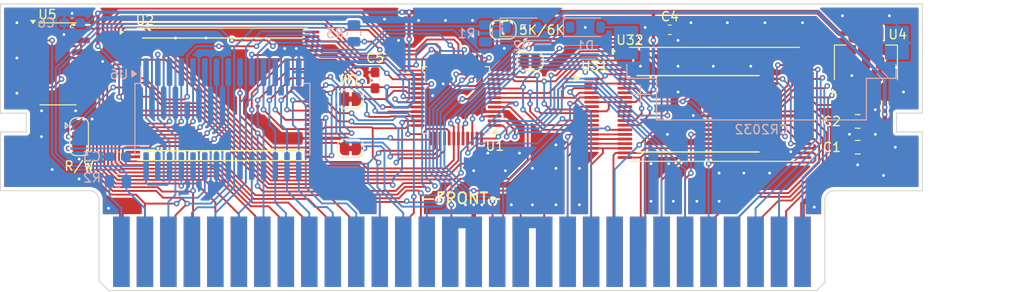
<source format=kicad_pcb>
(kicad_pcb (version 20241229) (generator "pcbnew") (generator_version "9.0")
  (title_block (title "SMD133-Coolboy") (date "2025-07-10") (company "JRBVZ"))
  (layers (0 "F.Cu" signal) (2 "B.Cu" signal) (13 "F.Paste" user) (15 "B.Paste" user) (5 "F.SilkS" user "F.Silkscreen") (7 "B.SilkS" user "B.Silkscreen") (1 "F.Mask" user) (3 "B.Mask" user) (25 "Edge.Cuts" user))
  (net 0 "")
  (net 1 "Net-(BT1-+)")
  (net 2 "GND")
  (net 3 "+5V")
  (net 4 "+3.3V")
  (net 5 "Net-(D1-K)")
  (net 6 "/VBB")
  (net 7 "/M2")
  (net 8 "/CPU-A12")
  (net 9 "/CPU-A13")
  (net 10 "/CPU-A14")
  (net 11 "/CPU-D7")
  (net 12 "/CPU-D6")
  (net 13 "/CPU-D5")
  (net 14 "/CPU-D4")
  (net 15 "/CPU-D3")
  (net 16 "/CPU-D2")
  (net 17 "/CPU-D1")
  (net 18 "/CPU-D0")
  (net 19 "/CPU-~{ROMSEL}")
  (net 20 "Net-(J1-SND_IN)")
  (net 21 "/PPU-~{WE}")
  (net 22 "Net-(J1-CIRAM_CS)")
  (net 23 "/PPU-A7")
  (net 24 "/PPU-A8")
  (net 25 "/PPU-A9")
  (net 26 "/PPU-A10")
  (net 27 "/PPU-A11")
  (net 28 "/PPU-A12")
  (net 29 "/PPU-A13")
  (net 30 "/PPU-D7")
  (net 31 "/PPU-D6")
  (net 32 "/PPU-D5")
  (net 33 "/PPU-D4")
  (net 34 "/CPU-A11")
  (net 35 "/CPU-A10")
  (net 36 "/CPU-A9")
  (net 37 "/CPU-A8")
  (net 38 "/CPU-A7")
  (net 39 "/CPU-A6")
  (net 40 "/CPU-A5")
  (net 41 "/CPU-A4")
  (net 42 "/CPU-A3")
  (net 43 "/CPU-A2")
  (net 44 "/CPU-A1")
  (net 45 "/CPU-A0")
  (net 46 "/CPU-R{slash}~{W}")
  (net 47 "/~{IRQ}")
  (net 48 "/PPU-~{RD}")
  (net 49 "/CIRAM-A10")
  (net 50 "/PPU-A6")
  (net 51 "/PPU-A5")
  (net 52 "/PPU-A4")
  (net 53 "/PPU-A3")
  (net 54 "/PPU-A2")
  (net 55 "/PPU-A1")
  (net 56 "/PPU-A0")
  (net 57 "/PPU-D0")
  (net 58 "/PPU-D1")
  (net 59 "/PPU-D2")
  (net 60 "/PPU-D3")
  (net 61 "/MPR-VCC")
  (net 62 "/MPR-K5K7{slash}K5K6")
  (net 63 "/PRG-~{WE}")
  (net 64 "/MPR-VFL")
  (net 65 "/PRG-~{CE}")
  (net 66 "/MPR-PRG_RAM_~{CE}")
  (net 67 "/MPR-M2")
  (net 68 "/MPR-PRG_A22{slash}$5001.1{slash}PX0")
  (net 69 "/MPR-CHR_A13")
  (net 70 "/MPR-CHR_A14")
  (net 71 "/MPR-CHR_A12")
  (net 72 "/MPR-CHR_A15")
  (net 73 "/MPR-CHR_A17")
  (net 74 "/MPR-PRG_A20")
  (net 75 "/MPR-PRG_A15")
  (net 76 "/MPR-PRG_A13")
  (net 77 "/MPR-PRG_A16")
  (net 78 "/MPR-PRG_A14")
  (net 79 "/MPR-PRG_A18")
  (net 80 "/MPR-PRG_A17")
  (net 81 "/MPR-PRG_~{CE}")
  (net 82 "/MPR-PRG_A19")
  (net 83 "/MPR-PRG_A21{slash}$5001.2{slash}PX1")
  (net 84 "/MPR-CHR_A18{slash}$5000.4")
  (net 85 "/MPR-CHR_A19{slash}$5000.5")
  (net 86 "/MPR-CHR_A11")
  (net 87 "/MPR-CHR_A16")
  (net 88 "/MPR-CHR_A10")
  (net 113 "Net-(U5-Pad3)")
  (footprint "Capacitor_SMD:C_0805_2012Metric" (layer "F.Cu") (at 166.497 50.419 180)
    (property "Reference" "C1")
    (property "Value" "10uF")
  )
  (footprint "Package_SO:TSOP-I-56_18.4x14mm_P0.5mm" (layer "F.Cu") (at 97.79 44.704)
    (property "Reference" "U2")
    (property "Value" "Memory_Flash_29GL256")
  )
  (footprint "Jumper:SolderJumper-2_P1.3mm_Bridged_RoundedPad1.0x1.5mm" (layer "F.Cu") (at 111.633 45.212 180)
    (property "Reference" "JP4" (hide yes))
    (property "Value" "VFL")
  )
  (footprint "SMD133-Coolboy:SOT-89-223" (layer "F.Cu") (at 167.386 41.275 90)
    (property "Reference" "U4")
    (property "Value" "AP1117-33")
  )
  (footprint "Jumper:SolderJumper-2_P1.3mm_Bridged_RoundedPad1.0x1.5mm" (layer "F.Cu") (at 111.633 50.546)
    (property "Reference" "JP5" (hide yes))
    (property "Value" "Bridged")
  )
  (footprint "Jumper:SolderJumper-2_P1.3mm_Open_RoundedPad1.0x1.5mm" (layer "F.Cu") (at 128.143 37.719)
    (property "Reference" "JP2" (hide yes))
    (property "Value" "5K/6K")
  )
  (footprint "Jumper:SolderJumper-3_P1.3mm_Open_RoundedPad1.0x1.5mm" (layer "F.Cu") (at 82.296 49.276 -90)
    (property "Reference" "JP3" (hide yes))
    (property "Value" "R/W")
  )
  (footprint "Jumper:SolderJumper-2_P1.3mm_Open_RoundedPad1.0x1.5mm" (layer "F.Cu") (at 131.064 41.1265)
    (property "Reference" "JP1" (hide yes))
    (property "Value" "Open")
  )
  (footprint "Package_SO:TSOP-I-48_18.4x12mm_P0.5mm" (layer "F.Cu") (at 151.003 45.7817)
    (property "Reference" "U32")
    (property "Value" "Memory_Flash_29LV160")
  )
  (footprint "Capacitor_SMD:C_0603_1608Metric_Pad1.08x0.95mm_HandSolder" (layer "F.Cu") (at 146.177 37.719)
    (property "Reference" "C4")
    (property "Value" "0.1uF")
  )
  (footprint "Package_SO:SO-14_3.9x8.65mm_P1.27mm" (layer "F.Cu") (at 80.01 41.402)
    (property "Reference" "U5")
    (property "Value" "74HC00")
  )
  (footprint "Capacitor_SMD:C_0603_1608Metric_Pad1.08x0.95mm_HandSolder" (layer "F.Cu") (at 114.3 43.18 90)
    (property "Reference" "C5")
    (property "Value" "0.1uF")
  )
  (footprint "Capacitor_SMD:C_0805_2012Metric" (layer "F.Cu") (at 166.497 47.625 180)
    (property "Reference" "C2")
    (property "Value" "1uF")
  )
  (footprint "SMD133-Coolboy:TSOP-I-32_11.8-18.4x8mm_P0.5mm" (layer "F.Cu") (at 144.1438 46.7815)
    (property "Reference" "U31")
    (property "Value" "K6F2008T2E")
  )
  (footprint "Package_QFP:LQFP-48_7x7mm_P0.5mm" (layer "F.Cu") (at 123.063 45.3175 180)
    (property "Reference" "U1")
    (property "Value" "SMD133")
  )
  (footprint "SMD133-Coolboy:NES_Connector_L" (layer "F.Cu") (at 86.868 61.722)
    (property "Reference" "J1" (hide yes))
    (property "Value" "NES_Connector-Connector")
    (fp_line (start -13.081 -14.986) (end -10.287 -14.986) (stroke (width 0.1)) (layer "Edge.Cuts"))
    (fp_line (start -13.081 -12.954) (end -13.081 -6.604) (stroke (width 0.1)) (layer "Edge.Cuts"))
    (fp_line (start -13.081 -6.604) (end -3.429002 -6.604) (stroke (width 0.1)) (layer "Edge.Cuts"))
    (fp_line (start -10.287 -14.986) (end -10.287 -12.954) (stroke (width 0.1)) (layer "Edge.Cuts"))
    (fp_line (start -10.287 -12.954) (end -13.081 -12.954) (stroke (width 0.1)) (layer "Edge.Cuts"))
    (fp_line (start -2.413 -5.587998) (end -2.413 3.175) (stroke (width 0.1)) (layer "Edge.Cuts"))
    (fp_line (start -2.413 3.175) (end -1.397 4.191) (stroke (width 0.1)) (layer "Edge.Cuts"))
    (fp_line (start -1.397 4.191) (end 75.184 4.191) (stroke (width 0.1)) (layer "Edge.Cuts"))
    (fp_line (start 75.184 4.191) (end 76.073 3.302) (stroke (width 0.1)) (layer "Edge.Cuts"))
    (fp_line (start 76.073 3.302) (end 76.073 -5.588) (stroke (width 0.1)) (layer "Edge.Cuts"))
    (fp_line (start 77.089 -6.604) (end 86.614 -6.604) (stroke (width 0.1)) (layer "Edge.Cuts"))
    (fp_line (start 83.82 -14.986) (end 86.614 -14.986) (stroke (width 0.1)) (layer "Edge.Cuts"))
    (fp_line (start 83.82 -12.954) (end 83.82 -14.986) (stroke (width 0.1)) (layer "Edge.Cuts"))
    (fp_line (start 86.614 -12.954) (end 83.82 -12.954) (stroke (width 0.1)) (layer "Edge.Cuts"))
    (fp_line (start 86.614 -6.604) (end 86.614 -12.954) (stroke (width 0.1)) (layer "Edge.Cuts"))
    (fp_arc (start -3.429 -6.604) (mid -2.71058 -6.30642) (end -2.413 -5.588) (stroke (width 0.1)) (layer "Edge.Cuts"))
    (fp_arc (start 76.073 -5.588) (mid 76.37058 -6.30642) (end 77.089 -6.604) (stroke (width 0.1)) (layer "Edge.Cuts"))
  )
  (footprint "Diode_SMD:D_SOD-123" (layer "B.Cu") (at 130.175 37.4435)
    (property "Reference" "D2")
    (property "Value" "1N5819 (S4)")
  )
  (footprint "SMD133-Coolboy:SOP-28" (layer "B.Cu") (at 97.79 47.371 -90)
    (property "Reference" "U6")
    (property "Value" "KM62256CLP")
  )
  (footprint "Resistor_SMD:R_0805_2012Metric" (layer "B.Cu") (at 126.238 38.1 90)
    (property "Reference" "R1")
    (property "Value" "1K")
  )
  (footprint "Resistor_SMD:R_0805_2012Metric" (layer "B.Cu") (at 86.487 54.102 180)
    (property "Reference" "R2")
    (property "Value" "1k")
  )
  (footprint "Capacitor_SMD:C_0603_1608Metric_Pad1.08x0.95mm_HandSolder" (layer "B.Cu") (at 86.487 51.435 180)
    (property "Reference" "C3")
    (property "Value" "0.1uF")
  )
  (footprint "SMD133-Coolboy:BatteryHolder_2032" (layer "B.Cu") (at 156.083 39.116)
    (property "Reference" "BT1" (hide yes))
    (property "Value" "CR2032")
  )
  (footprint "Capacitor_SMD:C_0603_1608Metric_Pad1.08x0.95mm_HandSolder" (layer "B.Cu") (at 81.534 36.957 180)
    (property "Reference" "C6")
    (property "Value" "0.1uF")
  )
  (footprint "Resistor_SMD:R_0805_2012Metric" (layer "B.Cu") (at 112.014 38.1 90)
    (property "Reference" "R3")
    (property "Value" "10K")
  )
  (footprint "Diode_SMD:D_SOD-123" (layer "B.Cu") (at 137.033 37.4435)
    (property "Reference" "D1")
    (property "Value" "1N4148 (T4)")
  )
  (gr_line (start 89.154 38.608) (end 106.426 38.608) (stroke (width 0.15)) (layer "F.SilkS"))
  (gr_line (start 142.621 50.927) (end 155.829 50.927) (stroke (width 0.15)) (layer "F.SilkS"))
  (gr_poly (pts (xy 136.3345 42.9895) (xy 135.89 43.307) (xy 135.89 42.672)) (stroke (width 0.15)) (fill yes) (layer "F.SilkS"))
  (gr_line (start 89.154 50.8) (end 106.426 50.8) (stroke (width 0.15)) (layer "F.SilkS"))
  (gr_line (start 142.621 42.672) (end 155.829 42.672) (stroke (width 0.15)) (layer "F.SilkS"))
  (gr_poly (pts (xy 88.4555 42.4815) (xy 88.011 42.799) (xy 88.011 42.164)) (stroke (width 0.15)) (fill yes) (layer "B.SilkS"))
  (gr_line (start 73.787 46.736) (end 73.787 34.925) (stroke (width 0.1)) (layer "Edge.Cuts"))
  (gr_line (start 173.482 34.925) (end 73.787 34.925) (stroke (width 0.1)) (layer "Edge.Cuts"))
  (gr_line (start 173.482 46.736) (end 173.482 34.925) (stroke (width 0.1)) (layer "Edge.Cuts"))
  (gr_text "-FRONT-" (at 119.253 56.642 0) (layer "F.SilkS") (effects (font (size 1.2 1.2) (thickness 0.2) (bold yes)) (justify left bottom)))
  (segment (start 142.068 38.481) (end 141.433 39.116) (width 0.2) (layer "B.Cu") (net 1))
  (segment (start 138.683 37.4435) (end 142.068 37.4435) (width 0.2) (layer "B.Cu") (net 1))
  (segment (start 142.068 37.4435) (end 142.068 38.481) (width 0.2) (layer "B.Cu") (net 1))
  (segment (start 160.6905 50.5317) (end 159.591329 50.5317) (width 0.2) (layer "F.Cu") (net 2))
  (segment (start 160.6905 41.0317) (end 160.6905 40.5317) (width 0.2) (layer "F.Cu") (net 2))
  (segment (start 107.4775 39.454) (end 107.4775 39.954) (width 0.2) (layer "F.Cu") (net 2))
  (segment (start 159.258 50.865029) (end 159.258 50.9055) (width 0.2) (layer "F.Cu") (net 2))
  (segment (start 159.591329 50.5317) (end 159.258 50.865029) (width 0.2) (layer "F.Cu") (net 2))
  (segment (start 86.868 61.722) (end 86.868 57.023) (width 0.5) (layer "F.Cu") (net 2))
  (segment (start 124.968 61.722) (end 124.968 56.642) (width 0.5) (layer "F.Cu") (net 2))
  (segment (start 150.5688 47.0315) (end 157.0938 47.0315) (width 0.2) (layer "F.Cu") (net 2))
  (via (at 171.45 44.45) (size 0.6) (drill 0.3) (layers "F.Cu" "B.Cu") (net 2))
  (via (at 168.402 49.022) (size 0.6) (drill 0.3) (layers "F.Cu" "B.Cu") (net 2))
  (via (at 121.666 43.561) (size 0.6) (drill 0.3) (layers "F.Cu" "B.Cu") (net 2))
  (via (at 129.921 51.054) (size 0.6) (drill 0.3) (layers "F.Cu" "B.Cu") (net 2))
  (via (at 80.645 38.227) (size 0.6) (drill 0.3) (layers "F.Cu" "B.Cu") (net 2))
  (via (at 165.862 42.672) (size 0.6) (drill 0.3) (layers "F.Cu" "B.Cu") (net 2))
  (via (at 169.291 53.467) (size 0.6) (drill 0.3) (layers "F.Cu" "B.Cu") (net 2))
  (via (at 154.94 41.656) (size 0.6) (drill 0.3) (layers "F.Cu" "B.Cu") (net 2))
  (via (at 133.858 52.705) (size 0.6) (drill 0.3) (layers "F.Cu" "B.Cu") (net 2))
  (via (at 170.688 41.783) (size 0.6) (drill 0.3) (layers "F.Cu" "B.Cu") (net 2))
  (via (at 105.791 39.751) (size 0.6) (drill 0.3) (layers "F.Cu" "B.Cu") (net 2))
  (via (at 144.145 52.197) (size 0.6) (drill 0.3) (layers "F.Cu" "B.Cu") (net 2))
  (via (at 131.318 56.642) (size 0.6) (drill 0.3) (layers "F.Cu" "B.Cu") (net 2))
  (via (at 82.296 53.848) (size 0.6) (drill 0.3) (layers "F.Cu" "B.Cu") (net 2))
  (via (at 104.521 39.751) (size 0.6) (drill 0.3) (layers "F.Cu" "B.Cu") (net 2))
  (via (at 143.51 37.465) (size 0.6) (drill 0.3) (layers "F.Cu" "B.Cu") (net 2))
  (via (at 146.05 52.197) (size 0.6) (drill 0.3) (layers "F.Cu" "B.Cu") (net 2))
  (via (at 125.857 56.642) (size 0.6) (drill 0.3) (layers "F.Cu" "B.Cu") (net 2))
  (via (at 165.608 49.022) (size 0.6) (drill 0.3) (layers "F.Cu" "B.Cu") (net 2))
  (via (at 148.717 46.99) (size 0.6) (drill 0.3) (layers "F.Cu" "B.Cu") (net 2))
  (via (at 84.836 41.148) (size 0.6) (drill 0.3) (layers "F.Cu" "B.Cu") (net 2))
  (via (at 161.798 56.896) (size 0.6) (drill 0.3) (layers "F.Cu" "B.Cu") (net 2))
  (via (at 85.471 57.023) (size 0.6) (drill 0.3) (layers "F.Cu" "B.Cu") (net 2))
  (via (at 152.4 36.957) (size 0.6) (drill 0.3) (layers "F.Cu" "B.Cu") (net 2))
  (via (at 133.858 50.165) (size 0.6) (drill 0.3) (layers "F.Cu" "B.Cu") (net 2))
  (via (at 120.523 44.831) (size 0.6) (drill 0.3) (layers "F.Cu" "B.Cu") (net 2))
  (via (at 124.841 38.354) (size 0.6) (drill 0.3) (layers "F.Cu" "B.Cu") (net 2))
  (via (at 124.079 56.642) (size 0.6) (drill 0.3) (layers "F.Cu" "B.Cu") (net 2))
  (via (at 149.098 56.261) (size 0.6) (drill 0.3) (layers "F.Cu" "B.Cu") (net 2))
  (via (at 147.066 38.862) (size 0.6) (drill 0.3) (layers "F.Cu" "B.Cu") (net 2))
  (via (at 166.497 52.324) (size 0.6) (drill 0.3) (layers "F.Cu" "B.Cu") (net 2))
  (via (at 151.511 56.261) (size 0.6) (drill 0.3) (layers "F.Cu" "B.Cu") (net 2))
  (via (at 131.318 52.705) (size 0.6) (drill 0.3) (layers "F.Cu" "B.Cu") (net 2))
  (via (at 121.92 36.703) (size 0.6) (drill 0.3) (layers "F.Cu" "B.Cu") (net 2))
  (via (at 81.534 35.941) (size 0.6) (drill 0.3) (layers "F.Cu" "B.Cu") (net 2))
  (via (at 156.972 53.213) (size 0.6) (drill 0.3) (layers "F.Cu" "B.Cu") (net 2))
  (via (at 128.397 52.959) (size 0.6) (drill 0.3) (layers "F.Cu" "B.Cu") (net 2))
  (via (at 144.145 56.261) (size 0.6) (drill 0.3) (layers "F.Cu" "B.Cu") (net 2))
  (via (at 164.846 36.195) (size 0.6) (drill 0.3) (layers "F.Cu" "B.Cu") (net 2))
  (via (at 137.033 37.465) (size 0.6) (drill 0.3) (layers "F.Cu" "B.Cu") (net 2))
  (via (at 75.565 44.577) (size 0.6) (drill 0.3) (layers "F.Cu" "B.Cu") (net 2))
  (via (at 81.915 46.482) (size 0.6) (drill 0.3) (layers "F.Cu" "B.Cu") (net 2))
  (via (at 78.232 46.482) (size 0.6) (drill 0.3) (layers "F.Cu" "B.Cu") (net 2))
  (via (at 124.841 36.703) (size 0.6) (drill 0.3) (layers "F.Cu" "B.Cu") (net 2))
  (via (at 126.492 51.054) (size 0.6) (drill 0.3) (layers "F.Cu" "B.Cu") (net 2))
  (via (at 160.528 36.957) (size 0.6) (drill 0.3) (layers "F.Cu" "B.Cu") (net 2))
  (via (at 130.429 37.465) (size 0.6) (drill 0.3) (layers "F.Cu" "B.Cu") (net 2))
  (via (at 118.999 36.703) (size 0.6) (drill 0.3) (layers "F.Cu" "B.Cu") (net 2))
  (via (at 115.316 36.576) (size 0.6) (drill 0.3) (layers "F.Cu" "B.Cu") (net 2))
  (via (at 148.463 36.957) (size 0.6) (drill 0.3) (layers "F.Cu" "B.Cu") (net 2))
  (via (at 92.71 38.608) (size 0.6) (drill 0.3) (layers "F.Cu" "B.Cu") (net 2))
  (via (at 75.565 36.957) (size 0.6) (drill 0.3) (layers "F.Cu" "B.Cu") (net 2))
  (via (at 136.398 56.642) (size 0.6) (drill 0.3) (layers "F.Cu" "B.Cu") (net 2))
  (via (at 129.032 56.642) (size 0.6) (drill 0.3) (layers "F.Cu" "B.Cu") (net 2))
  (via (at 156.464 36.957) (size 0.6) (drill 0.3) (layers "F.Cu" "B.Cu") (net 2))
  (via (at 151.511 53.213) (size 0.6) (drill 0.3) (layers "F.Cu" "B.Cu") (net 2))
  (via (at 82.296 51.689) (size 0.6) (drill 0.3) (layers "F.Cu" "B.Cu") (net 2))
  (via (at 124.968 56.642) (size 0.6) (drill 0.3) (layers "F.Cu" "B.Cu") (net 2))
  (via (at 146.558 56.261) (size 0.6) (drill 0.3) (layers "F.Cu" "B.Cu") (net 2))
  (via (at 159.258 50.9055) (size 0.6) (drill 0.3) (layers "F.Cu" "B.Cu") (net 2))
  (via (at 124.968 52.959) (size 0.6) (drill 0.3) (layers "F.Cu" "B.Cu") (net 2))
  (via (at 147.066 41.656) (size 0.6) (drill 0.3) (layers "F.Cu" "B.Cu") (net 2))
  (via (at 169.926 36.195) (size 0.6) (drill 0.3) (layers "F.Cu" "B.Cu") (net 2))
  (via (at 147.066 44.45) (size 0.6) (drill 0.3) (layers "F.Cu" "B.Cu") (net 2))
  (via (at 116.84 38.862) (size 0.6) (drill 0.3) (layers "F.Cu" "B.Cu") (net 2))
  (via (at 79.375 52.832) (size 0.6) (drill 0.3) (layers "F.Cu" "B.Cu") (net 2))
  (via (at 143.002 41.656) (size 0.6) (drill 0.3) (layers "F.Cu" "B.Cu") (net 2))
  (via (at 96.012 38.608) (size 0.6) (drill 0.3) (layers "F.Cu" "B.Cu") (net 2))
  (via (at 128.27 39.7295) (size 0.6) (drill 0.3) (layers "F.Cu" "B.Cu") (net 2))
  (via (at 170.561 50.419) (size 0.6) (drill 0.3) (layers "F.Cu" "B.Cu") (net 2))
  (via (at 75.565 40.767) (size 0.6) (drill 0.3) (layers "F.Cu" "B.Cu") (net 2))
  (via (at 133.858 56.642) (size 0.6) (drill 0.3) (layers "F.Cu" "B.Cu") (net 2))
  (via (at 83.693 47.371) (size 0.6) (drill 0.3) (layers "F.Cu" "B.Cu") (net 2))
  (via (at 136.398 52.705) (size 0.6) (drill 0.3) (layers "F.Cu" "B.Cu") (net 2))
  (via (at 154.178 53.213) (size 0.6) (drill 0.3) (layers "F.Cu" "B.Cu") (net 2))
  (via (at 78.232 49.276) (size 0.6) (drill 0.3) (layers "F.Cu" "B.Cu") (net 2))
  (via (at 150.876 41.656) (size 0.6) (drill 0.3) (layers "F.Cu" "B.Cu") (net 2))
  (via (at 145.923 49.022) (size 0.6) (drill 0.3) (layers "F.Cu" "B.Cu") (net 2))
  (via (at 168.402 46.355) (size 0.6) (drill 0.3) (layers "F.Cu" "B.Cu") (net 2))
  (segment (start 92.71 48.006) (end 94.996 50.292) (width 0.2) (layer "B.Cu") (net 2))
  (segment (start 92.71 38.608) (end 92.71 48.006) (width 0.2) (layer "B.Cu") (net 2))
  (segment (start 82.296 51.689) (end 82.55 51.435) (width 0.2) (layer "B.Cu") (net 2))
  (segment (start 82.55 51.435) (end 85.624499 51.435) (width 0.2) (layer "B.Cu") (net 2))
  (segment (start 94.996 50.292) (end 97.155 50.292) (width 0.2) (layer "B.Cu") (net 2))
  (segment (start 97.155 50.292) (end 97.155 52.451) (width 0.2) (layer "B.Cu") (net 2))
  (segment (start 169.686 43.067) (end 168.91 42.291) (width 0.35) (layer "F.Cu") (net 3))
  (segment (start 169.418 51.562) (end 169.418 50.419) (width 0.5) (layer "F.Cu") (net 3))
  (segment (start 169.418 46.101) (end 169.418 44.693) (width 0.5) (layer "F.Cu") (net 3))
  (segment (start 169.418 44.693) (end 169.686 44.425) (width 0.5) (layer "F.Cu") (net 3))
  (segment (start 160.528 61.722) (end 160.528 56.515) (width 0.5) (layer "F.Cu") (net 3))
  (segment (start 167.513 53.467) (end 169.418 51.562) (width 0.5) (layer "F.Cu") (net 3))
  (segment (start 167.447 50.419) (end 169.418 50.419) (width 0.35) (layer "F.Cu") (net 3))
  (segment (start 163.576 53.467) (end 167.513 53.467) (width 0.5) (layer "F.Cu") (net 3))
  (segment (start 169.418 50.419) (end 169.418 46.863) (width 0.5) (layer "F.Cu") (net 3))
  (segment (start 169.686 44.425) (end 169.686 43.067) (width 0.35) (layer "F.Cu") (net 3))
  (segment (start 168.91 42.291) (end 168.91 41.275) (width 0.35) (layer "F.Cu") (net 3))
  (segment (start 160.528 56.515) (end 163.576 53.467) (width 0.5) (layer "F.Cu") (net 3))
  (segment (start 169.418 46.863) (end 169.418 46.101) (width 0.5) (layer "F.Cu") (net 3))
  (via (at 169.418 46.101) (size 0.6) (drill 0.3) (layers "F.Cu" "B.Cu") (net 3))
  (via (at 169.418 46.863) (size 0.6) (drill 0.3) (layers "F.Cu" "B.Cu") (net 3))
  (segment (start 162.179 35.814) (end 134.747 35.814) (width 0.35) (layer "B.Cu") (net 3))
  (segment (start 85.5745 55.7295) (end 86.868 57.023) (width 0.2) (layer "B.Cu") (net 3))
  (segment (start 86.868 57.023) (end 86.868 61.722) (width 0.2) (layer "B.Cu") (net 3))
  (segment (start 85.5745 54.102) (end 85.5745 55.7295) (width 0.2) (layer "B.Cu") (net 3))
  (segment (start 133.1175 37.4435) (end 131.825 37.4435) (width 0.35) (layer "B.Cu") (net 3))
  (segment (start 169.418 46.863) (end 169.418 43.053) (width 0.35) (layer "B.Cu") (net 3))
  (segment (start 134.747 35.814) (end 133.1175 37.4435) (width 0.35) (layer "B.Cu") (net 3))
  (segment (start 169.418 43.053) (end 162.179 35.814) (width 0.35) (layer "B.Cu") (net 3))
  (segment (start 117.836 43.9205) (end 117.983 44.0675) (width 0.2) (layer "F.Cu") (net 4))
  (segment (start 83.566 40.132) (end 82.485 40.132) (width 0.2) (layer "F.Cu") (net 4))
  (segment (start 144.399 35.814) (end 162.179 35.814) (width 0.5) (layer "F.Cu") (net 4))
  (segment (start 143.8293 44.7657) (end 143.256 44.7657) (width 0.35) (layer "F.Cu") (net 4))
  (segment (start 82.485 42.672) (end 83.566 42.672) (width 0.2) (layer "F.Cu") (net 4))
  (segment (start 167.446999 47.625) (end 167.446999 45.847) (width 0.35) (layer "F.Cu") (net 4))
  (segment (start 137.7188 46.5315) (end 139.3312 46.5315) (width 0.2) (layer "F.Cu") (net 4))
  (segment (start 117.983 44.0675) (end 118.9005 44.0675) (width 0.2) (layer "F.Cu") (net 4))
  (segment (start 84.328 35.941) (end 84.328 37.592) (width 0.35) (layer "F.Cu") (net 4))
  (segment (start 82.485 43.942) (end 82.485 42.672) (width 0.2) (layer "F.Cu") (net 4))
  (segment (start 82.296 47.976) (end 81.1865 47.976) (width 0.2) (layer "F.Cu") (net 4))
  (segment (start 81.1865 47.976) (end 80.772 47.5615) (width 0.2) (layer "F.Cu") (net 4))
  (segment (start 109.474 44.577) (end 109.351 44.454) (width 0.2) (layer "F.Cu") (net 4))
  (segment (start 128.778 35.814) (end 117.221 35.814) (width 0.5) (layer "F.Cu") (net 4))
  (segment (start 162.179 35.814) (end 164.49 38.125) (width 0.5) (layer "F.Cu") (net 4))
  (segment (start 160.6905 45.5317) (end 161.7367 45.5317) (width 0.2) (layer "F.Cu") (net 4))
  (segment (start 117.983 35.814) (end 117.983 38.7375) (width 0.35) (layer "F.Cu") (net 4))
  (segment (start 139.573 46.2897) (end 139.573 45.5315) (width 0.2) (layer "F.Cu") (net 4))
  (segment (start 144.399 35.814) (end 128.778 35.814) (width 0.5) (layer "F.Cu") (net 4))
  (segment (start 144.399 38.862) (end 144.399 37.719) (width 0.35) (layer "F.Cu") (net 4))
  (segment (start 162.052 45.847) (end 167.446999 45.847) (width 0.2) (layer "F.Cu") (net 4))
  (segment (start 128.793 35.829) (end 128.778 35.814) (width 0.2) (layer "F.Cu") (net 4))
  (segment (start 83.566 42.672) (end 83.947 42.291) (width 0.2) (layer "F.Cu") (net 4))
  (segment (start 145.3145 37.719) (end 144.399 37.719) (width 0.2) (layer "F.Cu") (net 4))
  (segment (start 110.1305 43.9205) (end 110.998 43.9205) (width 0.2) (layer "F.Cu") (net 4))
  (segment (start 82.485 38.862) (end 82.485 37.592) (width 0.2) (layer "F.Cu") (net 4))
  (segment (start 128.793 37.719) (end 128.793 35.829) (width 0.2) (layer "F.Cu") (net 4))
  (segment (start 80.772 47.5615) (end 80.772 44.323) (width 0.2) (layer "F.Cu") (net 4))
  (segment (start 88.1025 44.454) (end 87.13 44.454) (width 0.2) (layer "F.Cu") (net 4))
  (segment (start 167.446999 44.485999) (end 167.386 44.425) (width 0.35) (layer "F.Cu") (net 4))
  (segment (start 164.49 38.125) (end 167.386 38.125) (width 0.5) (layer "F.Cu") (net 4))
  (segment (start 141.3153 45.5315) (end 141.3155 45.5317) (width 0.2) (layer "F.Cu") (net 4))
  (segment (start 80.772 44.323) (end 81.153 43.942) (width 0.2) (layer "F.Cu") (net 4))
  (segment (start 139.3312 46.5315) (end 139.573 46.2897) (width 0.2) (layer "F.Cu") (net 4))
  (segment (start 83.947 42.291) (end 83.947 40.513) (width 0.2) (layer "F.Cu") (net 4))
  (segment (start 109.601 51.308) (end 109.455 51.454) (width 0.2) (layer "F.Cu") (net 4))
  (segment (start 82.485 40.132) (end 82.485 38.862) (width 0.2) (layer "F.Cu") (net 4))
  (segment (start 139.573 45.5315) (end 141.3153 45.5315) (width 0.2) (layer "F.Cu") (net 4))
  (segment (start 84.328 37.592) (end 84.328 39.497) (width 0.35) (layer "F.Cu") (net 4))
  (segment (start 87.13 44.454) (end 86.614 44.97) (width 0.2) (layer "F.Cu") (net 4))
  (segment (start 137.7188 45.5315) (end 139.573 45.5315) (width 0.2) (layer "F.Cu") (net 4))
  (segment (start 142.49 45.5317) (end 141.3155 45.5317) (width 0.2) (layer "F.Cu") (net 4))
  (segment (start 142.522 44.0317) (end 141.3155 44.0317) (width 0.2) (layer "F.Cu") (net 4))
  (segment (start 110.983 43.9355) (end 110.998 43.9205) (width 0.2) (layer "F.Cu") (net 4))
  (segment (start 167.386 38.125) (end 167.386 44.425) (width 0.5) (layer "F.Cu") (net 4))
  (segment (start 82.485 37.592) (end 84.328 37.592) (width 0.2) (layer "F.Cu") (net 4))
  (segment (start 83.947 40.513) (end 83.566 40.132) (width 0.2) (layer "F.Cu") (net 4))
  (segment (start 115.57 43.9205) (end 110.998 43.9205) (width 0.2) (layer "F.Cu") (net 4))
  (segment (start 144.399 44.196) (end 143.8293 44.7657) (width 0.35) (layer "F.Cu") (net 4))
  (segment (start 87.098 45.454) (end 86.614 44.97) (width 0.2) (layer "F.Cu") (net 4))
  (segment (start 88.1025 45.454) (end 87.098 45.454) (width 0.2) (layer "F.Cu") (net 4))
  (segment (start 109.351 44.454) (end 107.4775 44.454) (width 0.2) (layer "F.Cu") (net 4))
  (segment (start 143.256 44.7657) (end 142.49 45.5317) (width 0.2) (layer "F.Cu") (net 4))
  (segment (start 167.446999 45.847) (end 167.446999 44.485999) (width 0.35) (layer "F.Cu") (net 4))
  (segment (start 115.57 43.9205) (end 117.836 43.9205) (width 0.2) (layer "F.Cu") (net 4))
  (segment (start 144.399 37.719) (end 144.399 35.814) (width 0.35) (layer "F.Cu") (net 4))
  (segment (start 81.153 43.942) (end 82.485 43.942) (width 0.2) (layer "F.Cu") (net 4))
  (segment (start 109.474 44.577) (end 110.1305 43.9205) (width 0.2) (layer "F.Cu") (net 4))
  (segment (start 161.7367 45.5317) (end 162.052 45.847) (width 0.2) (layer "F.Cu") (net 4))
  (segment (start 110.983 45.212) (end 110.983 43.9355) (width 0.2) (layer "F.Cu") (net 4))
  (segment (start 109.455 51.454) (end 107.4775 51.454) (width 0.2) (layer "F.Cu") (net 4))
  (segment (start 143.256 44.7657) (end 142.522 44.0317) (width 0.2) (layer "F.Cu") (net 4))
  (via (at 115.57 43.9205) (size 0.6) (drill 0.3) (layers "F.Cu" "B.Cu") (net 4))
  (via (at 144.399 38.862) (size 0.6) (drill 0.3) (layers "F.Cu" "B.Cu") (net 4))
  (via (at 117.221 35.814) (size 0.6) (drill 0.3) (layers "F.Cu" "B.Cu") (net 4))
  (via (at 109.474 44.577) (size 0.6) (drill 0.3) (layers "F.Cu" "B.Cu") (net 4))
  (via (at 84.328 35.941) (size 0.6) (drill 0.3) (layers "F.Cu" "B.Cu") (net 4))
  (via (at 109.601 51.308) (size 0.6) (drill 0.3) (layers "F.Cu" "B.Cu") (net 4))
  (via (at 117.983 38.7375) (size 0.6) (drill 0.3) (layers "F.Cu" "B.Cu") (net 4))
  (via (at 84.328 39.497) (size 0.6) (drill 0.3) (layers "F.Cu" "B.Cu") (net 4))
  (via (at 86.614 44.97) (size 0.6) (drill 0.3) (layers "F.Cu" "B.Cu") (net 4))
  (via (at 144.399 44.196) (size 0.6) (drill 0.3) (layers "F.Cu" "B.Cu") (net 4))
  (via (at 117.983 35.814) (size 0.6) (drill 0.3) (layers "F.Cu" "B.Cu") (net 4))
  (segment (start 109.601 44.704) (end 109.601 51.308) (width 0.2) (layer "B.Cu") (net 4))
  (segment (start 83.312 36.957) (end 84.328 35.941) (width 0.2) (layer "B.Cu") (net 4))
  (segment (start 117.856 46.101) (end 116.332 46.101) (width 0.3) (layer "B.Cu") (net 4))
  (segment (start 84.328 35.941) (end 84.455 35.941) (width 0.35) (layer "B.Cu") (net 4))
  (segment (start 84.455 35.941) (end 84.582 35.814) (width 0.35) (layer "B.Cu") (net 4))
  (segment (start 116.332 46.101) (end 115.57 45.339) (width 0.3) (layer "B.Cu") (net 4))
  (segment (start 109.474 44.577) (end 109.601 44.704) (width 0.2) (layer "B.Cu") (net 4))
  (segment (start 86.614 44.97) (end 86.614 41.783) (width 0.2) (layer "B.Cu") (net 4))
  (segment (start 118.491 45.466) (end 117.856 46.101) (width 0.3) (layer "B.Cu") (net 4))
  (segment (start 118.491 42.545) (end 118.491 45.466) (width 0.3) (layer "B.Cu") (net 4))
  (segment (start 117.983 42.037) (end 118.491 42.545) (width 0.3) (layer "B.Cu") (net 4))
  (segment (start 82.396501 36.957) (end 83.312 36.957) (width 0.2) (layer "B.Cu") (net 4))
  (segment (start 84.582 35.814) (end 117.983 35.814) (width 0.35) (layer "B.Cu") (net 4))
  (segment (start 117.983 38.7375) (end 117.983 42.037) (width 0.3) (layer "B.Cu") (net 4))
  (segment (start 144.399 38.862) (end 144.399 44.196) (width 0.35) (layer "B.Cu") (net 4))
  (segment (start 115.57 45.339) (end 115.57 43.9205) (width 0.3) (layer "B.Cu") (net 4))
  (segment (start 86.614 41.783) (end 84.328 39.497) (width 0.2) (layer "B.Cu") (net 4))
  (segment (start 133.224 38.9675) (end 126.283 38.9675) (width 0.2) (layer "B.Cu") (net 5))
  (segment (start 135.383 37.4435) (end 134.748 37.4435) (width 0.2) (layer "B.Cu") (net 5))
  (segment (start 134.748 37.4435) (end 133.224 38.9675) (width 0.2) (layer "B.Cu") (net 5))
  (segment (start 126.283 38.9675) (end 126.238 39.0125) (width 0.2) (layer "B.Cu") (net 5))
  (segment (start 87.349501 51.435) (end 87.349501 52.424501) (width 0.2) (layer "B.Cu") (net 6))
  (segment (start 87.349501 52.424501) (end 87.376 52.451) (width 0.2) (layer "B.Cu") (net 6))
  (segment (start 79.776 51.0149) (end 81.2121 52.451) (width 0.2) (layer "B.Cu") (net 6))
  (segment (start 92.075 54.229) (end 91.821 54.483) (width 0.2) (layer "B.Cu") (net 6))
  (segment (start 126.238 37.1875) (end 126.3885 37.338) (width 0.2) (layer "B.Cu") (net 6))
  (segment (start 112.014 37.1875) (end 112.1645 37.338) (width 0.2) (layer "B.Cu") (net 6))
  (segment (start 128.4195 37.338) (end 128.525 37.4435) (width 0.2) (layer "B.Cu") (net 6))
  (segment (start 126.3885 37.338) (end 128.4195 37.338) (width 0.2) (layer "B.Cu") (net 6))
  (segment (start 84.524314 37.084) (end 79.776 41.832314) (width 0.2) (layer "B.Cu") (net 6))
  (segment (start 92.075 52.451) (end 92.075 54.229) (width 0.2) (layer "B.Cu") (net 6))
  (segment (start 112.1645 37.338) (end 126.0875 37.338) (width 0.2) (layer "B.Cu") (net 6))
  (segment (start 79.776 41.832314) (end 79.776 51.0149) (width 0.2) (layer "B.Cu") (net 6))
  (segment (start 81.2121 52.451) (end 87.376 52.451) (width 0.2) (layer "B.Cu") (net 6))
  (segment (start 91.821 54.483) (end 89.789 54.483) (width 0.2) (layer "B.Cu") (net 6))
  (segment (start 126.0875 37.338) (end 126.238 37.1875) (width 0.2) (layer "B.Cu") (net 6))
  (segment (start 89.535 47.244) (end 92.075 49.784) (width 0.2) (layer "B.Cu") (net 6))
  (segment (start 111.9105 37.084) (end 84.524314 37.084) (width 0.2) (layer "B.Cu") (net 6))
  (segment (start 92.075 49.784) (end 92.075 52.451) (width 0.2) (layer "B.Cu") (net 6))
  (segment (start 89.535 54.229) (end 89.535 52.451) (width 0.2) (layer "B.Cu") (net 6))
  (segment (start 89.535 47.244) (end 89.535 42.767) (width 0.2) (layer "B.Cu") (net 6))
  (segment (start 112.014 37.1875) (end 111.9105 37.084) (width 0.2) (layer "B.Cu") (net 6))
  (segment (start 89.789 54.483) (end 89.535 54.229) (width 0.2) (layer "B.Cu") (net 6))
  (segment (start 87.376 52.451) (end 89.535 52.451) (width 0.2) (layer "B.Cu") (net 6))
  (segment (start 79.375 38.862) (end 77.535 38.862) (width 0.2) (layer "F.Cu") (net 7))
  (segment (start 77.535 37.592) (end 77.535 38.862) (width 0.2) (layer "F.Cu") (net 7))
  (segment (start 77.5735 37.5535) (end 77.535 37.592) (width 0.2) (layer "F.Cu") (net 7))
  (via (at 79.375 38.862) (size 0.6) (drill 0.3) (layers "F.Cu" "B.Cu") (net 7))
  (segment (start 87.3995 54.102) (end 87.3995 53.2365) (width 0.2) (layer "B.Cu") (net 7))
  (segment (start 87.3995 53.2365) (end 87.014 52.851) (width 0.2) (layer "B.Cu") (net 7))
  (segment (start 87.014 52.851) (end 81.045 52.851) (width 0.2) (layer "B.Cu") (net 7))
  (segment (start 79.375 51.181) (end 79.375 38.862) (width 0.2) (layer "B.Cu") (net 7))
  (segment (start 81.045 52.851) (end 79.375 51.181) (width 0.2) (layer "B.Cu") (net 7))
  (segment (start 87.3995 55.0145) (end 87.3995 54.102) (width 0.2) (layer "B.Cu") (net 7))
  (segment (start 89.408 61.722) (end 89.408 57.023) (width 0.2) (layer "B.Cu") (net 7))
  (segment (start 89.408 57.023) (end 87.3995 55.0145) (width 0.2) (layer "B.Cu") (net 7))
  (segment (start 90.805 40.386) (end 90.805 40.954) (width 0.2) (layer "F.Cu") (net 8))
  (segment (start 91.627 40.954) (end 90.805 40.954) (width 0.2) (layer "F.Cu") (net 8))
  (segment (start 125.313 51.1955) (end 124.3115 52.197) (width 0.2) (layer "F.Cu") (net 8))
  (segment (start 113.090801 53.505) (end 112.392799 52.807) (width 0.2) (layer "F.Cu") (net 8))
  (segment (start 122.22987 53.505) (end 113.090801 53.505) (width 0.2) (layer "F.Cu") (net 8))
  (segment (start 125.313 49.48) (end 125.313 51.1955) (width 0.2) (layer "F.Cu") (net 8))
  (segment (start 123.537872 52.197) (end 122.22987 53.505) (width 0.2) (layer "F.Cu") (net 8))
  (segment (start 103.48 52.807) (end 91.627 40.954) (width 0.2) (layer "F.Cu") (net 8))
  (segment (start 88.1025 40.954) (end 90.805 40.954) (width 0.2) (layer "F.Cu") (net 8))
  (segment (start 112.392799 52.807) (end 103.48 52.807) (width 0.2) (layer "F.Cu") (net 8))
  (segment (start 124.3115 52.197) (end 123.537872 52.197) (width 0.2) (layer "F.Cu") (net 8))
  (via (at 90.805 40.386) (size 0.6) (drill 0.3) (layers "F.Cu" "B.Cu") (net 8))
  (segment (start 92.71 49.235529) (end 92.71 55.5625) (width 0.2) (layer "B.Cu") (net 8))
  (segment (start 90.805 42.291) (end 90.805 47.330529) (width 0.2) (layer "B.Cu") (net 8))
  (segment (start 91.948 56.3245) (end 91.948 61.722) (width 0.2) (layer "B.Cu") (net 8))
  (segment (start 90.805 47.330529) (end 92.71 49.235529) (width 0.2) (layer "B.Cu") (net 8))
  (segment (start 92.71 55.5625) (end 91.948 56.3245) (width 0.2) (layer "B.Cu") (net 8))
  (segment (start 90.805 42.291) (end 90.805 40.386) (width 0.2) (layer "B.Cu") (net 8))
  (segment (start 110.865292 37.721216) (end 113.551844 37.721216) (width 0.2) (layer "F.Cu") (net 9))
  (segment (start 116.748628 40.918) (end 120.245 40.918) (width 0.2) (layer "F.Cu") (net 9))
  (segment (start 120.245 40.918) (end 120.313 40.986) (width 0.2) (layer "F.Cu") (net 9))
  (segment (start 120.313 40.986) (end 120.313 41.155) (width 0.2) (layer "F.Cu") (net 9))
  (segment (start 113.551844 37.721216) (end 116.748628 40.918) (width 0.2) (layer "F.Cu") (net 9))
  (via (at 110.865292 37.721216) (size 0.6) (drill 0.3) (layers "F.Cu" "B.Cu") (net 9))
  (segment (start 99.06 39.624) (end 99.06 54.737) (width 0.2) (layer "B.Cu") (net 9))
  (segment (start 110.865292 37.721216) (end 110.645276 37.5012) (width 0.2) (layer "B.Cu") (net 9))
  (segment (start 95.103 56.916) (end 94.488 57.531) (width 0.2) (layer "B.Cu") (net 9))
  (segment (start 96.881 56.916) (end 95.103 56.916) (width 0.2) (layer "B.Cu") (net 9))
  (segment (start 99.06 54.737) (end 96.881 56.916) (width 0.2) (layer "B.Cu") (net 9))
  (segment (start 110.645276 37.5012) (end 101.1828 37.5012) (width 0.2) (layer "B.Cu") (net 9))
  (segment (start 94.488 57.531) (end 94.488 61.722) (width 0.2) (layer "B.Cu") (net 9))
  (segment (start 101.1828 37.5012) (end 99.06 39.624) (width 0.2) (layer "B.Cu") (net 9))
  (segment (start 122.428 39.37) (end 122.813 39.755) (width 0.2) (layer "F.Cu") (net 10))
  (segment (start 122.813 39.755) (end 122.813 41.155) (width 0.2) (layer "F.Cu") (net 10))
  (via (at 122.428 39.37) (size 0.6) (drill 0.3) (layers "F.Cu" "B.Cu") (net 10))
  (segment (start 101.6 44.45) (end 101.6 40.278) (width 0.2) (layer "B.Cu") (net 10))
  (segment (start 115.532 38.138) (end 121.196 38.138) (width 0.2) (layer "B.Cu") (net 10))
  (segment (start 107.0356 38.7096) (end 108.604 40.278) (width 0.2) (layer "B.Cu") (net 10))
  (segment (start 97.028 61.722) (end 97.028 57.531) (width 0.2) (layer "B.Cu") (net 10))
  (segment (start 113.391999 40.278) (end 115.532 38.138) (width 0.2) (layer "B.Cu") (net 10))
  (segment (start 100.33 45.72) (end 101.6 44.45) (width 0.2) (layer "B.Cu") (net 10))
  (segment (start 121.196 38.138) (end 122.428 39.37) (width 0.2) (layer "B.Cu") (net 10))
  (segment (start 97.028 57.531) (end 100.33 54.229) (width 0.2) (layer "B.Cu") (net 10))
  (segment (start 103.1684 38.7096) (end 107.0356 38.7096) (width 0.2) (layer "B.Cu") (net 10))
  (segment (start 100.33 54.229) (end 100.33 45.72) (width 0.2) (layer "B.Cu") (net 10))
  (segment (start 108.604 40.278) (end 113.391999 40.278) (width 0.2) (layer "B.Cu") (net 10))
  (segment (start 101.6 40.278) (end 103.1684 38.7096) (width 0.2) (layer "B.Cu") (net 10))
  (segment (start 112.903 43.307) (end 112.395 43.307) (width 0.2) (layer "F.Cu") (net 11))
  (segment (start 104.588 40.954) (end 100.965 44.577) (width 0.2) (layer "F.Cu") (net 11))
  (segment (start 100.965 44.577) (end 100.965 46.355) (width 0.2) (layer "F.Cu") (net 11))
  (segment (start 110.042 40.954) (end 107.4775 40.954) (width 0.2) (layer "F.Cu") (net 11))
  (segment (start 112.395 43.307) (end 110.042 40.954) (width 0.2) (layer "F.Cu") (net 11))
  (segment (start 107.4775 40.954) (end 104.588 40.954) (width 0.2) (layer "F.Cu") (net 11))
  (segment (start 115.124796 46.0675) (end 118.9005 46.0675) (width 0.2) (layer "F.Cu") (net 11))
  (segment (start 115.122796 46.0655) (end 115.124796 46.0675) (width 0.2) (layer "F.Cu") (net 11))
  (via (at 112.903 43.307) (size 0.6) (drill 0.3) (layers "F.Cu" "B.Cu") (net 11))
  (via (at 100.965 46.355) (size 0.6) (drill 0.3) (layers "F.Cu" "B.Cu") (net 11))
  (via (at 115.122796 46.0655) (size 0.6) (drill 0.3) (layers "F.Cu" "B.Cu") (net 11))
  (segment (start 112.903 43.307) (end 112.903 44.069) (width 0.2) (layer "B.Cu") (net 11))
  (segment (start 114.8995 46.0655) (end 115.122796 46.0655) (width 0.2) (layer "B.Cu") (net 11))
  (segment (start 99.568 61.722) (end 99.568 57.531) (width 0.2) (layer "B.Cu") (net 11))
  (segment (start 99.568 57.531) (end 100.965 56.134) (width 0.2) (layer "B.Cu") (net 11))
  (segment (start 100.965 56.134) (end 100.965 52.451) (width 0.2) (layer "B.Cu") (net 11))
  (segment (start 112.903 44.069) (end 114.8995 46.0655) (width 0.2) (layer "B.Cu") (net 11))
  (segment (start 100.965 46.355) (end 100.965 52.451) (width 0.2) (layer "B.Cu") (net 11))
  (segment (start 111.5085 42.986186) (end 110.476314 41.954) (width 0.2) (layer "F.Cu") (net 12))
  (segment (start 113.411 46.863) (end 113.684 47.136) (width 0.2) (layer "F.Cu") (net 12))
  (segment (start 116.0005 47.0675) (end 118.9005 47.0675) (width 0.2) (layer "F.Cu") (net 12))
  (segment (start 115.932 47.136) (end 116.0005 47.0675) (width 0.2) (layer "F.Cu") (net 12))
  (segment (start 113.684 47.136) (end 115.932 47.136) (width 0.2) (layer "F.Cu") (net 12))
  (segment (start 104.985 41.954) (end 107.4775 41.954) (width 0.2) (layer "F.Cu") (net 12))
  (segment (start 111.5085 43.307) (end 111.5085 42.986186) (width 0.2) (layer "F.Cu") (net 12))
  (segment (start 101.6 45.339) (end 104.985 41.954) (width 0.2) (layer "F.Cu") (net 12))
  (segment (start 110.476314 41.954) (end 107.4775 41.954) (width 0.2) (layer "F.Cu") (net 12))
  (via (at 113.411 46.863) (size 0.6) (drill 0.3) (layers "F.Cu" "B.Cu") (net 12))
  (via (at 101.6 45.339) (size 0.6) (drill 0.3) (layers "F.Cu" "B.Cu") (net 12))
  (via (at 111.5085 43.307) (size 0.6) (drill 0.3) (layers "F.Cu" "B.Cu") (net 12))
  (segment (start 102.235 48.641) (end 101.6 48.006) (width 0.2) (layer "B.Cu") (net 12))
  (segment (start 102.235 61.595) (end 102.108 61.722) (width 0.2) (layer "B.Cu") (net 12))
  (segment (start 111.506 43.815) (end 113.411 45.72) (width 0.2) (layer "B.Cu") (net 12))
  (segment (start 113.411 45.72) (end 113.411 46.863) (width 0.2) (layer "B.Cu") (net 12))
  (segment (start 102.235 52.451) (end 102.235 61.595) (width 0.2) (layer "B.Cu") (net 12))
  (segment (start 101.6 48.006) (end 101.6 45.339) (width 0.2) (layer "B.Cu") (net 12))
  (segment (start 111.506 43.3095) (end 111.506 43.815) (width 0.2) (layer "B.Cu") (net 12))
  (segment (start 111.5085 43.307) (end 111.506 43.3095) (width 0.2) (layer "B.Cu") (net 12))
  (segment (start 102.235 52.451) (end 102.235 48.641) (width 0.2) (layer "B.Cu") (net 12))
  (segment (start 107.4775 42.954) (end 109.319 42.954) (width 0.2) (layer "F.Cu") (net 13))
  (segment (start 115.951 49.403) (end 116.1485 49.6005) (width 0.2) (layer "F.Cu") (net 13))
  (segment (start 105.227 42.954) (end 107.4775 42.954) (width 0.2) (layer "F.Cu") (net 13))
  (segment (start 109.319 42.954) (end 109.474 42.799) (width 0.2) (layer "F.Cu") (net 13))
  (segment (start 116.1485 49.6005) (end 120.1925 49.6005) (width 0.2) (layer "F.Cu") (net 13))
  (segment (start 120.1925 49.6005) (end 120.313 49.48) (width 0.2) (layer "F.Cu") (net 13))
  (segment (start 102.87 45.311) (end 105.227 42.954) (width 0.2) (layer "F.Cu") (net 13))
  (segment (start 102.87 45.339) (end 102.87 45.311) (width 0.2) (layer "F.Cu") (net 13))
  (via (at 115.951 49.403) (size 0.6) (drill 0.3) (layers "F.Cu" "B.Cu") (net 13))
  (via (at 109.474 42.799) (size 0.6) (drill 0.3) (layers "F.Cu" "B.Cu") (net 13))
  (via (at 102.87 45.339) (size 0.6) (drill 0.3) (layers "F.Cu" "B.Cu") (net 13))
  (segment (start 111.36 49.511) (end 115.843 49.511) (width 0.2) (layer "B.Cu") (net 13))
  (segment (start 103.505 56.388) (end 103.505 52.451) (width 0.2) (layer "B.Cu") (net 13))
  (segment (start 102.87 45.339) (end 102.87 48.006) (width 0.2) (layer "B.Cu") (net 13))
  (segment (start 104.648 61.722) (end 104.648 57.531) (width 0.2) (layer "B.Cu") (net 13))
  (segment (start 109.474 42.799) (end 109.474 42.908785) (width 0.2) (layer "B.Cu") (net 13))
  (segment (start 103.505 48.641) (end 103.505 52.451) (width 0.2) (layer "B.Cu") (net 13))
  (segment (start 110.509 48.66) (end 111.36 49.511) (width 0.2) (layer "B.Cu") (net 13))
  (segment (start 110.509 43.943786) (end 110.509 48.66) (width 0.2) (layer "B.Cu") (net 13))
  (segment (start 109.474 42.908785) (end 110.509 43.943786) (width 0.2) (layer "B.Cu") (net 13))
  (segment (start 115.951 49.403) (end 115.9295 49.403) (width 0.2) (layer "B.Cu") (net 13))
  (segment (start 102.87 48.006) (end 103.505 48.641) (width 0.2) (layer "B.Cu") (net 13))
  (segment (start 104.648 57.531) (end 103.505 56.388) (width 0.2) (layer "B.Cu") (net 13))
  (segment (start 115.843 49.511) (end 115.951 49.403) (width 0.2) (layer "B.Cu") (net 13))
  (segment (start 108.966 43.688) (end 108.7 43.954) (width 0.2) (layer "F.Cu") (net 14))
  (segment (start 108.7 43.954) (end 107.4775 43.954) (width 0.2) (layer "F.Cu") (net 14))
  (segment (start 121.313 50.594657) (end 121.313 49.48) (width 0.2) (layer "F.Cu") (net 14))
  (segment (start 120.707657 51.2) (end 121.313 50.594657) (width 0.2) (layer "F.Cu") (net 14))
  (segment (start 115.951 51.435) (end 116.186 51.2) (width 0.2) (layer "F.Cu") (net 14))
  (segment (start 104.14 45.339) (end 105.525 43.954) (width 0.2) (layer "F.Cu") (net 14))
  (segment (start 105.525 43.954) (end 107.4775 43.954) (width 0.2) (layer "F.Cu") (net 14))
  (segment (start 116.186 51.2) (end 120.707657 51.2) (width 0.2) (layer "F.Cu") (net 14))
  (via (at 115.951 51.435) (size 0.6) (drill 0.3) (layers "F.Cu" "B.Cu") (net 14))
  (via (at 108.966 43.688) (size 0.6) (drill 0.3) (layers "F.Cu" "B.Cu") (net 14))
  (via (at 104.14 45.339) (size 0.6) (drill 0.3) (layers "F.Cu" "B.Cu") (net 14))
  (segment (start 107.188 57.531) (end 104.775 55.118) (width 0.2) (layer "B.Cu") (net 14))
  (segment (start 104.775 55.118) (end 104.775 51.816) (width 0.2) (layer "B.Cu") (net 14))
  (segment (start 107.188 61.722) (end 107.188 57.531) (width 0.2) (layer "B.Cu") (net 14))
  (segment (start 115.951 50.742314) (end 115.951 51.435) (width 0.2) (layer "B.Cu") (net 14))
  (segment (start 110.109 48.825686) (end 111.194314 49.911) (width 0.2) (layer "B.Cu") (net 14))
  (segment (start 104.775 48.641) (end 104.14 48.006) (width 0.2) (layer "B.Cu") (net 14))
  (segment (start 111.194314 49.911) (end 115.119686 49.911) (width 0.2) (layer "B.Cu") (net 14))
  (segment (start 109.687529 43.688) (end 110.109 44.109471) (width 0.2) (layer "B.Cu") (net 14))
  (segment (start 104.14 48.006) (end 104.14 45.339) (width 0.2) (layer "B.Cu") (net 14))
  (segment (start 104.775 52.451) (end 104.775 48.641) (width 0.2) (layer "B.Cu") (net 14))
  (segment (start 110.109 44.109471) (end 110.109 48.825686) (width 0.2) (layer "B.Cu") (net 14))
  (segment (start 108.966 43.688) (end 109.687529 43.688) (width 0.2) (layer "B.Cu") (net 14))
  (segment (start 115.119686 49.911) (end 115.951 50.742314) (width 0.2) (layer "B.Cu") (net 14))
  (segment (start 122.313 48.71217) (end 122.313 49.48) (width 0.2) (layer "F.Cu") (net 15))
  (segment (start 119.946835 48.4425) (end 122.04333 48.4425) (width 0.2) (layer "F.Cu") (net 15))
  (segment (start 119.388835 49.0005) (end 119.946835 48.4425) (width 0.2) (layer "F.Cu") (net 15))
  (segment (start 105.525 45.454) (end 105.41 45.339) (width 0.2) (layer "F.Cu") (net 15))
  (segment (start 107.4775 45.454) (end 105.525 45.454) (width 0.2) (layer "F.Cu") (net 15))
  (segment (start 109.081 45.454) (end 107.4775 45.454) (width 0.2) (layer "F.Cu") (net 15))
  (segment (start 110.363 46.736) (end 109.081 45.454) (width 0.2) (layer "F.Cu") (net 15))
  (segment (start 122.04333 48.4425) (end 122.313 48.71217) (width 0.2) (layer "F.Cu") (net 15))
  (segment (start 117.856 49.0005) (end 119.388835 49.0005) (width 0.2) (layer "F.Cu") (net 15))
  (segment (start 111.76 46.736) (end 110.363 46.736) (width 0.2) (layer "F.Cu") (net 15))
  (via (at 117.856 49.0005) (size 0.6) (drill 0.3) (layers "F.Cu" "B.Cu") (net 15))
  (via (at 111.76 46.736) (size 0.6) (drill 0.3) (layers "F.Cu" "B.Cu") (net 15))
  (via (at 105.41 45.339) (size 0.6) (drill 0.3) (layers "F.Cu" "B.Cu") (net 15))
  (segment (start 117.51 47.1305) (end 117.856 47.4765) (width 0.2) (layer "B.Cu") (net 15))
  (segment (start 111.76 46.751875) (end 112.506125 47.498) (width 0.2) (layer "B.Cu") (net 15))
  (segment (start 105.41 48.006) (end 105.41 45.339) (width 0.2) (layer "B.Cu") (net 15))
  (segment (start 111.76 46.736) (end 111.76 46.751875) (width 0.2) (layer "B.Cu") (net 15))
  (segment (start 116.205 47.498) (end 116.5725 47.1305) (width 0.2) (layer "B.Cu") (net 15))
  (segment (start 106.045 52.451) (end 106.045 48.641) (width 0.2) (layer "B.Cu") (net 15))
  (segment (start 116.5725 47.1305) (end 117.51 47.1305) (width 0.2) (layer "B.Cu") (net 15))
  (segment (start 112.506125 47.498) (end 116.205 47.498) (width 0.2) (layer "B.Cu") (net 15))
  (segment (start 107.823 56.896) (end 106.045 55.118) (width 0.2) (layer "B.Cu") (net 15))
  (segment (start 106.045 55.118) (end 106.045 52.451) (width 0.2) (layer "B.Cu") (net 15))
  (segment (start 109.728 57.512) (end 109.112 56.896) (width 0.2) (layer "B.Cu") (net 15))
  (segment (start 117.856 47.4765) (end 117.856 49.0005) (width 0.2) (layer "B.Cu") (net 15))
  (segment (start 109.728 61.722) (end 109.728 57.512) (width 0.2) (layer "B.Cu") (net 15))
  (segment (start 109.112 56.896) (end 107.823 56.896) (width 0.2) (layer "B.Cu") (net 15))
  (segment (start 106.045 48.641) (end 105.41 48.006) (width 0.2) (layer "B.Cu") (net 15))
  (segment (start 121.813 50.7585) (end 121.813 49.48) (width 0.2) (layer "F.Cu") (net 16))
  (segment (start 117.056 51.6) (end 120.9715 51.6) (width 0.2) (layer "F.Cu") (net 16))
  (segment (start 109.192 46.454) (end 107.4775 46.454) (width 0.2) (layer "F.Cu") (net 16))
  (segment (start 120.9715 51.6) (end 121.813 50.7585) (width 0.2) (layer "F.Cu") (net 16))
  (segment (start 104.874 46.454) (end 104.775 46.355) (width 0.2) (layer "F.Cu") (net 16))
  (segment (start 107.4775 46.454) (end 104.874 46.454) (width 0.2) (layer "F.Cu") (net 16))
  (segment (start 116.586 52.07) (end 117.056 51.6) (width 0.2) (layer "F.Cu") (net 16))
  (segment (start 110.363 47.625) (end 109.192 46.454) (width 0.2) (layer "F.Cu") (net 16))
  (segment (start 111.7625 47.625) (end 110.363 47.625) (width 0.2) (layer "F.Cu") (net 16))
  (via (at 111.76 47.625) (size 0.6) (drill 0.3) (layers "F.Cu" "B.Cu") (net 16))
  (via (at 104.775 46.355) (size 0.6) (drill 0.3) (layers "F.Cu" "B.Cu") (net 16))
  (via (at 116.586 52.07) (size 0.6) (drill 0.3) (layers "F.Cu" "B.Cu") (net 16))
  (segment (start 112.0355 47.898) (end 116.224 47.898) (width 0.2) (layer "B.Cu") (net 16))
  (segment (start 104.775 44.45) (end 104.775 46.355) (width 0.2) (layer "B.Cu") (net 16))
  (segment (start 112.268 57.531) (end 111.232 56.495) (width 0.2) (layer "B.Cu") (net 16))
  (segment (start 116.821 51.835) (end 116.586 52.07) (width 0.2) (layer "B.Cu") (net 16))
  (segment (start 104.775 42.291) (end 104.775 44.45) (width 0.2) (layer "B.Cu") (net 16))
  (segment (start 111.7625 47.625) (end 112.0355 47.898) (width 0.2) (layer "B.Cu") (net 16))
  (segment (start 106.807 54.737) (end 106.807 45.887471) (width 0.2) (layer "B.Cu") (net 16))
  (segment (start 112.268 61.722) (end 112.268 57.531) (width 0.2) (layer "B.Cu") (net 16))
  (segment (start 111.232 56.495) (end 108.565 56.495) (width 0.2) (layer "B.Cu") (net 16))
  (segment (start 116.821 48.495) (end 116.821 51.835) (width 0.2) (layer "B.Cu") (net 16))
  (segment (start 106.807 45.887471) (end 105.369529 44.45) (width 0.2) (layer "B.Cu") (net 16))
  (segment (start 116.224 47.898) (end 116.821 48.495) (width 0.2) (layer "B.Cu") (net 16))
  (segment (start 105.369529 44.45) (end 104.775 44.45) (width 0.2) (layer "B.Cu") (net 16))
  (segment (start 108.565 56.495) (end 106.807 54.737) (width 0.2) (layer "B.Cu") (net 16))
  (segment (start 114.681 51.054) (end 114.935 50.8) (width 0.2) (layer "F.Cu") (net 17))
  (segment (start 114.935 50.8) (end 120.5015 50.8) (width 0.2) (layer "F.Cu") (net 17))
  (segment (start 107.4775 47.454) (end 108.756 47.454) (width 0.2) (layer "F.Cu") (net 17))
  (segment (start 103.505 46.355) (end 104.604 47.454) (width 0.2) (layer "F.Cu") (net 17))
  (segment (start 120.813 50.4885) (end 120.813 49.48) (width 0.2) (layer "F.Cu") (net 17))
  (segment (start 104.604 47.454) (end 107.4775 47.454) (width 0.2) (layer "F.Cu") (net 17))
  (segment (start 108.756 47.454) (end 108.966 47.244) (width 0.2) (layer "F.Cu") (net 17))
  (segment (start 120.5015 50.8) (end 120.813 50.4885) (width 0.2) (layer "F.Cu") (net 17))
  (via (at 108.966 47.244) (size 0.6) (drill 0.3) (layers "F.Cu" "B.Cu") (net 17))
  (via (at 103.505 46.355) (size 0.6) (drill 0.3) (layers "F.Cu" "B.Cu") (net 17))
  (via (at 114.681 51.054) (size 0.6) (drill 0.3) (layers "F.Cu" "B.Cu") (net 17))
  (segment (start 108.966 51.689) (end 109.474 52.197) (width 0.2) (layer "B.Cu") (net 17))
  (segment (start 114.808 55.5581) (end 113.538 54.2881) (width 0.2) (layer "B.Cu") (net 17))
  (segment (start 114.808 61.722) (end 114.808 55.5581) (width 0.2) (layer "B.Cu") (net 17))
  (segment (start 113.538 54.2881) (end 113.538 52.197) (width 0.2) (layer "B.Cu") (net 17))
  (segment (start 103.505 42.291) (end 103.505 46.355) (width 0.2) (layer "B.Cu") (net 17))
  (segment (start 108.966 47.244) (end 108.966 51.689) (width 0.2) (layer "B.Cu") (net 17))
  (segment (start 113.538 52.197) (end 114.681 51.054) (width 0.2) (layer "B.Cu") (net 17))
  (segment (start 109.474 52.197) (end 112.903 52.197) (width 0.2) (layer "B.Cu") (net 17))
  (segment (start 112.903 52.197) (end 113.538 52.197) (width 0.2) (layer "B.Cu") (net 17))
  (segment (start 113.9405 48.26) (end 114.046 48.3655) (width 0.2) (layer "F.Cu") (net 18))
  (segment (start 102.235 46.355) (end 104.334 48.454) (width 0.2) (layer "F.Cu") (net 18))
  (segment (start 117.602 48.3655) (end 114.046 48.3655) (width 0.2) (layer "F.Cu") (net 18))
  (segment (start 114.046 51.435) (end 114.046 48.3655) (width 0.2) (layer "F.Cu") (net 18))
  (segment (start 118.9005 48.0675) (end 117.9 48.0675) (width 0.2) (layer "F.Cu") (net 18))
  (segment (start 117.9 48.0675) (end 117.602 48.3655) (width 0.2) (layer "F.Cu") (net 18))
  (segment (start 107.4775 48.454) (end 108.645 48.454) (width 0.2) (layer "F.Cu") (net 18))
  (segment (start 104.334 48.454) (end 107.4775 48.454) (width 0.2) (layer "F.Cu") (net 18))
  (segment (start 108.645 48.454) (end 108.839 48.26) (width 0.2) (layer "F.Cu") (net 18))
  (segment (start 108.839 48.26) (end 113.9405 48.26) (width 0.2) (layer "F.Cu") (net 18))
  (segment (start 114.681 52.07) (end 114.046 51.435) (width 0.2) (layer "F.Cu") (net 18))
  (via (at 102.235 46.355) (size 0.6) (drill 0.3) (layers "F.Cu" "B.Cu") (net 18))
  (via (at 114.681 52.07) (size 0.6) (drill 0.3) (layers "F.Cu" "B.Cu") (net 18))
  (segment (start 102.235 42.291) (end 102.235 46.355) (width 0.2) (layer "B.Cu") (net 18))
  (segment (start 114.554 52.197) (end 114.681 52.07) (width 0.2) (layer "B.Cu") (net 18))
  (segment (start 117.348 61.722) (end 117.348 57.531) (width 0.2) (layer "B.Cu") (net 18))
  (segment (start 114.554 54.737) (end 114.554 52.197) (width 0.2) (layer "B.Cu") (net 18))
  (segment (start 117.348 57.531) (end 114.554 54.737) (width 0.2) (layer "B.Cu") (net 18))
  (segment (start 124.813 42.234) (end 124.813 41.155) (width 0.2) (layer "F.Cu") (net 19))
  (segment (start 113.157 50.546) (end 112.283 50.546) (width 0.2) (layer "F.Cu") (net 19))
  (segment (start 123.8885 43.1585) (end 124.813 42.234) (width 0.2) (layer "F.Cu") (net 19))
  (segment (start 123.698 43.1585) (end 123.8885 43.1585) (width 0.2) (layer "F.Cu") (net 19))
  (via (at 113.157 50.546) (size 0.6) (drill 0.3) (layers "F.Cu" "B.Cu") (net 19))
  (via (at 123.698 43.1585) (size 0.6) (drill 0.3) (layers "F.Cu" "B.Cu") (net 19))
  (segment (start 121.465 56.843) (end 121.92 56.388) (width 0.2) (layer "B.Cu") (net 19))
  (segment (start 113.392 50.311) (end 114.954 50.311) (width 0.2) (layer "B.Cu") (net 19))
  (segment (start 121.92 54.237835) (end 120.593 52.910835) (width 0.2) (layer "B.Cu") (net 19))
  (segment (start 119.888 61.722) (end 119.888 56.843) (width 0.2) (layer "B.Cu") (net 19))
  (segment (start 117.2271 56.843) (end 119.888 56.843) (width 0.2) (layer "B.Cu") (net 19))
  (segment (start 113.157 50.546) (end 113.392 50.311) (width 0.2) (layer "B.Cu") (net 19))
  (segment (start 121.92 56.388) (end 121.92 54.237835) (width 0.2) (layer "B.Cu") (net 19))
  (segment (start 114.954 50.311) (end 115.316 50.673) (width 0.2) (layer "B.Cu") (net 19))
  (segment (start 115.316 54.9319) (end 117.2271 56.843) (width 0.2) (layer "B.Cu") (net 19))
  (segment (start 120.593 46.296628) (end 123.698 43.191628) (width 0.2) (layer "B.Cu") (net 19))
  (segment (start 120.593 52.910835) (end 120.593 46.296628) (width 0.2) (layer "B.Cu") (net 19))
  (segment (start 115.316 50.673) (end 115.316 54.9319) (width 0.2) (layer "B.Cu") (net 19))
  (segment (start 123.698 43.191628) (end 123.698 43.1585) (width 0.2) (layer "B.Cu") (net 19))
  (segment (start 119.888 56.843) (end 121.465 56.843) (width 0.2) (layer "B.Cu") (net 19))
  (segment (start 141.3153 45.0315) (end 141.3155 45.0317) (width 0.2) (layer "F.Cu") (net 21))
  (segment (start 135.382 45.6985) (end 135.774628 45.6985) (width 0.2) (layer "F.Cu") (net 21))
  (segment (start 136.441628 45.0315) (end 137.7188 45.0315) (width 0.2) (layer "F.Cu") (net 21))
  (segment (start 137.7188 45.0315) (end 141.3153 45.0315) (width 0.2) (layer "F.Cu") (net 21))
  (segment (start 135.774628 45.6985) (end 136.441628 45.0315) (width 0.2) (layer "F.Cu") (net 21))
  (via (at 135.382 45.6985) (size 0.6) (drill 0.3) (layers "F.Cu" "B.Cu") (net 21))
  (segment (start 128.143 61.087) (end 127.508 61.722) (width 0.2) (layer "B.Cu") (net 21))
  (segment (start 135.382 47.371) (end 128.143 54.61) (width 0.2) (layer "B.Cu") (net 21))
  (segment (start 135.382 45.6985) (end 135.382 47.371) (width 0.2) (layer "B.Cu") (net 21))
  (segment (start 128.143 54.61) (end 128.143 61.087) (width 0.2) (layer "B.Cu") (net 21))
  (segment (start 130.302 60.96) (end 129.54 61.722) (width 0.2) (layer "B.Cu") (net 22))
  (segment (start 135.3725 49.0315) (end 137.7188 49.0315) (width 0.2) (layer "F.Cu") (net 23))
  (segment (start 135.128 49.276) (end 135.3725 49.0315) (width 0.2) (layer "F.Cu") (net 23))
  (segment (start 137.7188 49.0315) (end 141.3153 49.0315) (width 0.2) (layer "F.Cu") (net 23))
  (segment (start 141.3153 49.0315) (end 141.3155 49.0317) (width 0.2) (layer "F.Cu") (net 23))
  (via (at 135.128 49.276) (size 0.6) (drill 0.3) (layers "F.Cu" "B.Cu") (net 23))
  (segment (start 135.128 49.276) (end 135.128 61.722) (width 0.2) (layer "B.Cu") (net 23))
  (segment (start 139.5907 48.5317) (end 141.3155 48.5317) (width 0.2) (layer "F.Cu") (net 24))
  (segment (start 135.8005 44.0315) (end 137.7188 44.0315) (width 0.2) (layer "F.Cu") (net 24))
  (segment (start 135.382 44.45) (end 135.8005 44.0315) (width 0.2) (layer "F.Cu") (net 24))
  (segment (start 139.446 48.387) (end 139.5907 48.5317) (width 0.2) (layer "F.Cu") (net 24))
  (via (at 139.446 48.387) (size 0.6) (drill 0.3) (layers "F.Cu" "B.Cu") (net 24))
  (via (at 135.382 44.45) (size 0.6) (drill 0.3) (layers "F.Cu" "B.Cu") (net 24))
  (segment (start 139.446 48.387) (end 137.668 48.387) (width 0.2) (layer "B.Cu") (net 24))
  (segment (start 137.668 48.387) (end 137.668 46.736) (width 0.2) (layer "B.Cu") (net 24))
  (segment (start 137.668 46.736) (end 135.382 44.45) (width 0.2) (layer "B.Cu") (net 24))
  (segment (start 137.668 61.722) (end 137.668 48.387) (width 0.2) (layer "B.Cu") (net 24))
  (segment (start 145.288 44.196) (end 144.6237 43.5317) (width 0.2) (layer "F.Cu") (net 25))
  (segment (start 137.719 43.5317) (end 137.7188 43.5315) (width 0.2) (layer "F.Cu") (net 25))
  (segment (start 141.3155 43.5317) (end 137.719 43.5317) (width 0.2) (layer "F.Cu") (net 25))
  (segment (start 144.6237 43.5317) (end 141.3155 43.5317) (width 0.2) (layer "F.Cu") (net 25))
  (segment (start 142.875 50.165) (end 145.288 47.752) (width 0.2) (layer "F.Cu") (net 25))
  (segment (start 145.288 47.752) (end 145.288 44.196) (width 0.2) (layer "F.Cu") (net 25))
  (via (at 142.875 50.165) (size 0.6) (drill 0.3) (layers "F.Cu" "B.Cu") (net 25))
  (segment (start 140.208 52.832) (end 140.208 61.722) (width 0.2) (layer "B.Cu") (net 25))
  (segment (start 139.827 61.595) (end 139.7 61.722) (width 0.2) (layer "B.Cu") (net 25))
  (segment (start 142.875 50.165) (end 140.208 52.832) (width 0.2) (layer "B.Cu") (net 25))
  (segment (start 129.413 49.276) (end 129.413 48.590657) (width 0.2) (layer "F.Cu") (net 26))
  (segment (start 129.413 48.590657) (end 128.389843 47.5675) (width 0.2) (layer "F.Cu") (net 26))
  (segment (start 128.389843 47.5675) (end 127.2255 47.5675) (width 0.2) (layer "F.Cu") (net 26))
  (via (at 129.413 49.276) (size 0.6) (drill 0.3) (layers "F.Cu" "B.Cu") (net 26))
  (segment (start 135.041471 43.7935) (end 137.658128 43.7935) (width 0.2) (layer "B.Cu") (net 26))
  (segment (start 143.515814 49.651186) (end 143.515814 60.954186) (width 0.2) (layer "B.Cu") (net 26))
  (segment (start 129.413 49.276) (end 129.8981 48.7909) (width 0.2) (layer "B.Cu") (net 26))
  (segment (start 143.515814 60.954186) (end 142.748 61.722) (width 0.2) (layer "B.Cu") (net 26))
  (segment (start 134.493 46.4351) (end 134.493 44.341971) (width 0.2) (layer "B.Cu") (net 26))
  (segment (start 132.137199 48.7909) (end 134.493 46.4351) (width 0.2) (layer "B.Cu") (net 26))
  (segment (start 134.493 44.341971) (end 135.041471 43.7935) (width 0.2) (layer "B.Cu") (net 26))
  (segment (start 129.8981 48.7909) (end 132.137199 48.7909) (width 0.2) (layer "B.Cu") (net 26))
  (segment (start 137.658128 43.7935) (end 143.515814 49.651186) (width 0.2) (layer "B.Cu") (net 26))
  (segment (start 128.524 48.4925) (end 128.099 48.0675) (width 0.2) (layer "F.Cu") (net 27))
  (segment (start 128.524 49.276) (end 128.524 48.4925) (width 0.2) (layer "F.Cu") (net 27))
  (segment (start 128.099 48.0675) (end 127.2255 48.0675) (width 0.2) (layer "F.Cu") (net 27))
  (via (at 128.524 49.276) (size 0.6) (drill 0.3) (layers "F.Cu" "B.Cu") (net 27))
  (segment (start 145.288 61.722) (end 145.288 50.857686) (width 0.2) (layer "B.Cu") (net 27))
  (segment (start 134.875786 43.3935) (end 137.823814 43.3935) (width 0.2) (layer "B.Cu") (net 27))
  (segment (start 129.4091 48.3909) (end 131.971514 48.3909) (width 0.2) (layer "B.Cu") (net 27))
  (segment (start 128.524 49.276) (end 129.4091 48.3909) (width 0.2) (layer "B.Cu") (net 27))
  (segment (start 145.288 50.857686) (end 145.195657 50.765343) (width 0.2) (layer "B.Cu") (net 27))
  (segment (start 137.823814 43.3935) (end 145.195657 50.765343) (width 0.2) (layer "B.Cu") (net 27))
  (segment (start 134.093 44.176286) (end 134.875786 43.3935) (width 0.2) (layer "B.Cu") (net 27))
  (segment (start 134.093 46.269414) (end 134.093 44.176286) (width 0.2) (layer "B.Cu") (net 27))
  (segment (start 131.971514 48.3909) (end 134.093 46.269414) (width 0.2) (layer "B.Cu") (net 27))
  (segment (start 127.635 49.276) (end 127.431 49.48) (width 0.2) (layer "F.Cu") (net 28))
  (segment (start 127.431 49.48) (end 125.813 49.48) (width 0.2) (layer "F.Cu") (net 28))
  (via (at 127.635 49.276) (size 0.6) (drill 0.3) (layers "F.Cu" "B.Cu") (net 28))
  (segment (start 137.9895 42.9935) (end 134.710101 42.9935) (width 0.2) (layer "B.Cu") (net 28))
  (segment (start 133.693 44.0106) (end 133.693 46.103728) (width 0.2) (layer "B.Cu") (net 28))
  (segment (start 134.710101 42.9935) (end 133.693 44.0106) (width 0.2) (layer "B.Cu") (net 28))
  (segment (start 133.693 46.103728) (end 131.805828 47.9909) (width 0.2) (layer "B.Cu") (net 28))
  (segment (start 147.828 52.832) (end 137.9895 42.9935) (width 0.2) (layer "B.Cu") (net 28))
  (segment (start 131.805828 47.9909) (end 128.9201 47.9909) (width 0.2) (layer "B.Cu") (net 28))
  (segment (start 128.9201 47.9909) (end 127.635 49.276) (width 0.2) (layer "B.Cu") (net 28))
  (segment (start 147.828 61.722) (end 147.828 52.832) (width 0.2) (layer "B.Cu") (net 28))
  (segment (start 161.925 51.816) (end 161.671 52.07) (width 0.2) (layer "F.Cu") (net 29))
  (segment (start 161.671 52.07) (end 150.495 52.07) (width 0.2) (layer "F.Cu") (net 29))
  (segment (start 150.5688 44.0315) (end 157.0938 44.0315) (width 0.2) (layer "F.Cu") (net 29))
  (segment (start 134.239 39.7295) (end 134.239 39.751) (width 0.2) (layer "F.Cu") (net 29))
  (segment (start 134.239 39.751) (end 132.8635 41.1265) (width 0.2) (layer "F.Cu") (net 29))
  (segment (start 147.574 45.466) (end 149.0085 44.0315) (width 0.2) (layer "F.Cu") (net 29))
  (segment (start 132.8635 41.1265) (end 131.714 41.1265) (width 0.2) (layer "F.Cu") (net 29))
  (segment (start 150.495 52.07) (end 150.368 52.197) (width 0.2) (layer "F.Cu") (net 29))
  (segment (start 161.925 51.23375) (end 161.925 51.816) (width 0.2) (layer "F.Cu") (net 29))
  (segment (start 161.72295 51.0317) (end 161.925 51.23375) (width 0.2) (layer "F.Cu") (net 29))
  (segment (start 160.6905 51.0317) (end 161.72295 51.0317) (width 0.2) (layer "F.Cu") (net 29))
  (segment (start 149.0085 44.0315) (end 150.5688 44.0315) (width 0.2) (layer "F.Cu") (net 29))
  (via (at 150.368 52.197) (size 0.6) (drill 0.3) (layers "F.Cu" "B.Cu") (net 29))
  (via (at 134.239 39.7295) (size 0.6) (drill 0.3) (layers "F.Cu" "B.Cu") (net 29))
  (via (at 147.574 45.466) (size 0.6) (drill 0.3) (layers "F.Cu" "B.Cu") (net 29))
  (segment (start 148.463 45.466) (end 147.574 45.466) (width 0.2) (layer "B.Cu") (net 29))
  (segment (start 144.115718 45.466) (end 138.379218 39.7295) (width 0.2) (layer "B.Cu") (net 29))
  (segment (start 150.368 52.197) (end 150.368 47.371) (width 0.2) (layer "B.Cu") (net 29))
  (segment (start 147.574 45.466) (end 144.115718 45.466) (width 0.2) (layer "B.Cu") (net 29))
  (segment (start 150.368 47.371) (end 148.463 45.466) (width 0.2) (layer "B.Cu") (net 29))
  (segment (start 150.368 61.722) (end 150.368 52.197) (width 0.2) (layer "B.Cu") (net 29))
  (segment (start 138.379218 39.7295) (end 134.239 39.7295) (width 0.2) (layer "B.Cu") (net 29))
  (segment (start 157.0938 44.5315) (end 158.101014 44.5315) (width 0.2) (layer "F.Cu") (net 30))
  (segment (start 162.1628 42.0317) (end 162.179 42.0155) (width 0.2) (layer "F.Cu") (net 30))
  (segment (start 160.6905 42.0317) (end 162.1628 42.0317) (width 0.2) (layer "F.Cu") (net 30))
  (segment (start 159.004 43.628514) (end 159.004 42.7337) (width 0.2) (layer "F.Cu") (net 30))
  (segment (start 158.101014 44.5315) (end 159.004 43.628514) (width 0.2) (layer "F.Cu") (net 30))
  (segment (start 159.004 42.7337) (end 159.706 42.0317) (width 0.2) (layer "F.Cu") (net 30))
  (segment (start 150.5688 44.5315) (end 157.0938 44.5315) (width 0.2) (layer "F.Cu") (net 30))
  (segment (start 159.706 42.0317) (end 160.6905 42.0317) (width 0.2) (layer "F.Cu") (net 30))
  (via (at 162.179 42.0155) (size 0.6) (drill 0.3) (layers "F.Cu" "B.Cu") (net 30))
  (segment (start 162.087 49.495) (end 162.087 42.1075) (width 0.2) (layer "B.Cu") (net 30))
  (segment (start 152.908 61.722) (end 152.908 58.674) (width 0.2) (layer "B.Cu") (net 30))
  (segment (start 162.087 42.1075) (end 162.179 42.0155) (width 0.2) (layer "B.Cu") (net 30))
  (segment (start 152.908 58.674) (end 162.087 49.495) (width 0.2) (layer "B.Cu") (net 30))
  (segment (start 150.5688 45.0315) (end 157.0938 45.0315) (width 0.2) (layer "F.Cu") (net 31))
  (segment (start 158.1667 45.0315) (end 159.404 43.794199) (width 0.2) (layer "F.Cu") (net 31))
  (segment (start 162.687 42.9045) (end 162.5598 43.0317) (width 0.2) (layer "F.Cu") (net 31))
  (segment (start 159.722 43.0317) (end 160.6905 43.0317) (width 0.2) (layer "F.Cu") (net 31))
  (segment (start 162.5598 43.0317) (end 160.6905 43.0317) (width 0.2) (layer "F.Cu") (net 31))
  (segment (start 159.404 43.794199) (end 159.404 43.3497) (width 0.2) (layer "F.Cu") (net 31))
  (segment (start 157.0938 45.0315) (end 158.1667 45.0315) (width 0.2) (layer "F.Cu") (net 31))
  (segment (start 159.404 43.3497) (end 159.722 43.0317) (width 0.2) (layer "F.Cu") (net 31))
  (via (at 162.687 42.9045) (size 0.6) (drill 0.3) (layers "F.Cu" "B.Cu") (net 31))
  (segment (start 162.487 43.1045) (end 162.687 42.9045) (width 0.2) (layer "B.Cu") (net 31))
  (segment (start 155.448 61.722) (end 155.448 57.023) (width 0.2) (layer "B.Cu") (net 31))
  (segment (start 155.448 57.023) (end 162.487 49.984) (width 0.2) (layer "B.Cu") (net 31))
  (segment (start 162.487 49.984) (end 162.487 43.1045) (width 0.2) (layer "B.Cu") (net 31))
  (segment (start 162.9568 44.0317) (end 160.6905 44.0317) (width 0.2) (layer "F.Cu") (net 32))
  (segment (start 158.2382 45.5315) (end 159.738 44.0317) (width 0.2) (layer "F.Cu") (net 32))
  (segment (start 163.195 43.7935) (end 162.9568 44.0317) (width 0.2) (layer "F.Cu") (net 32))
  (segment (start 157.0938 45.5315) (end 158.2382 45.5315) (width 0.2) (layer "F.Cu") (net 32))
  (segment (start 150.5688 45.5315) (end 157.0938 45.5315) (width 0.2) (layer "F.Cu") (net 32))
  (segment (start 159.738 44.0317) (end 160.6905 44.0317) (width 0.2) (layer "F.Cu") (net 32))
  (via (at 163.195 43.7935) (size 0.6) (drill 0.3) (layers "F.Cu" "B.Cu") (net 32))
  (segment (start 162.887 44.1015) (end 163.195 43.7935) (width 0.2) (layer "B.Cu") (net 32))
  (segment (start 162.887 50.473) (end 162.887 44.1015) (width 0.2) (layer "B.Cu") (net 32))
  (segment (start 157.988 61.722) (end 157.988 55.372) (width 0.2) (layer "B.Cu") (net 32))
  (segment (start 157.988 55.372) (end 162.887 50.473) (width 0.2) (layer "B.Cu") (net 32))
  (segment (start 157.0938 46.0315) (end 158.3115 46.0315) (width 0.2) (layer "F.Cu") (net 33))
  (segment (start 158.3115 46.0315) (end 159.3113 45.0317) (width 0.2) (layer "F.Cu") (net 33))
  (segment (start 163.703 44.8095) (end 163.4808 45.0317) (width 0.2) (layer "F.Cu") (net 33))
  (segment (start 150.5688 46.0315) (end 157.0938 46.0315) (width 0.2) (layer "F.Cu") (net 33))
  (segment (start 163.4808 45.0317) (end 160.6905 45.0317) (width 0.2) (layer "F.Cu") (net 33))
  (segment (start 159.3113 45.0317) (end 160.6905 45.0317) (width 0.2) (layer "F.Cu") (net 33))
  (via (at 163.703 44.8095) (size 0.6) (drill 0.3) (layers "F.Cu" "B.Cu") (net 33))
  (segment (start 160.528 53.721) (end 163.287 50.962) (width 0.2) (layer "B.Cu") (net 33))
  (segment (start 163.287 45.2255) (end 163.703 44.8095) (width 0.2) (layer "B.Cu") (net 33))
  (segment (start 160.528 61.722) (end 160.528 53.721) (width 0.2) (layer "B.Cu") (net 33))
  (segment (start 163.287 50.962) (end 163.287 45.2255) (width 0.2) (layer "B.Cu") (net 33))
  (segment (start 88.437 55.544) (end 85.757418 55.544) (width 0.2) (layer "F.Cu") (net 34))
  (segment (start 86.1219 41.454) (end 88.1025 41.454) (width 0.2) (layer "F.Cu") (net 34))
  (segment (start 83.413 53.199581) (end 83.413 49.029598) (width 0.2) (layer "F.Cu") (net 34))
  (segment (start 89.408 61.722) (end 89.408 56.515) (width 0.2) (layer "F.Cu") (net 34))
  (segment (start 92.837 56.515) (end 89.408 56.515) (width 0.2) (layer "F.Cu") (net 34))
  (segment (start 84.4858 43.0901) (end 86.1219 41.454) (width 0.2) (layer "F.Cu") (net 34))
  (segment (start 84.4858 47.956798) (end 84.4858 43.0901) (width 0.2) (layer "F.Cu") (net 34))
  (segment (start 85.757418 55.544) (end 83.413 53.199581) (width 0.2) (layer "F.Cu") (net 34))
  (segment (start 89.408 56.515) (end 88.437 55.544) (width 0.2) (layer "F.Cu") (net 34))
  (segment (start 83.413 49.029598) (end 84.4858 47.956798) (width 0.2) (layer "F.Cu") (net 34))
  (via (at 92.837 56.515) (size 0.6) (drill 0.3) (layers "F.Cu" "B.Cu") (net 34))
  (segment (start 95.885 55.118) (end 95.885 52.451) (width 0.2) (layer "B.Cu") (net 34))
  (segment (start 93.472 55.88) (end 95.123 55.88) (width 0.2) (layer "B.Cu") (net 34))
  (segment (start 92.837 56.515) (end 93.472 55.88) (width 0.2) (layer "B.Cu") (net 34))
  (segment (start 95.123 55.88) (end 95.885 55.118) (width 0.2) (layer "B.Cu") (net 34))
  (segment (start 83.814 49.195698) (end 84.8868 48.122898) (width 0.2) (layer "F.Cu") (net 35))
  (segment (start 91.370686 55.88) (end 90.633686 55.143) (width 0.2) (layer "F.Cu") (net 35))
  (segment (start 93.98 56.515) (end 92.71 57.785) (width 0.2) (layer "F.Cu") (net 35))
  (segment (start 83.814 53.033481) (end 83.814 49.195698) (width 0.2) (layer "F.Cu") (net 35))
  (segment (start 92.71 57.785) (end 92.71 60.96) (width 0.2) (layer "F.Cu") (net 35))
  (segment (start 84.8868 43.2562) (end 86.189 41.954) (width 0.2) (layer "F.Cu") (net 35))
  (segment (start 85.923518 55.143) (end 83.814 53.033481) (width 0.2) (layer "F.Cu") (net 35))
  (segment (start 84.8868 48.122898) (end 84.8868 43.2562) (width 0.2) (layer "F.Cu") (net 35))
  (segment (start 92.71 60.96) (end 91.948 61.722) (width 0.2) (layer "F.Cu") (net 35))
  (segment (start 86.189 41.954) (end 88.1025 41.954) (width 0.2) (layer "F.Cu") (net 35))
  (segment (start 90.633686 55.143) (end 85.923518 55.143) (width 0.2) (layer "F.Cu") (net 35))
  (segment (start 93.345 55.88) (end 91.370686 55.88) (width 0.2) (layer "F.Cu") (net 35))
  (segment (start 93.98 56.515) (end 93.345 55.88) (width 0.2) (layer "F.Cu") (net 35))
  (via (at 93.98 56.515) (size 0.6) (drill 0.3) (layers "F.Cu" "B.Cu") (net 35))
  (segment (start 96.52 56.515) (end 98.425 54.61) (width 0.2) (layer "B.Cu") (net 35))
  (segment (start 98.425 54.61) (end 98.425 52.451) (width 0.2) (layer "B.Cu") (net 35))
  (segment (start 93.98 56.515) (end 96.52 56.515) (width 0.2) (layer "B.Cu") (net 35))
  (segment (start 86.089198 54.742998) (end 90.79937 54.742998) (width 0.2) (layer "F.Cu") (net 36))
  (segment (start 90.79937 54.742998) (end 91.266372 55.21) (width 0.2) (layer "F.Cu") (net 36))
  (segment (start 94.615 61.595) (end 94.488 61.722) (width 0.2) (layer "F.Cu") (net 36))
  (segment (start 94.615 55.118) (end 94.615 61.595) (width 0.2) (layer "F.Cu") (net 36))
  (segment (start 84.214 52.867796) (end 86.089198 54.742998) (width 0.2) (layer "F.Cu") (net 36))
  (segment (start 91.266372 55.21) (end 94.523 55.21) (width 0.2) (layer "F.Cu") (net 36))
  (segment (start 84.214 49.361384) (end 84.214 52.867796) (width 0.2) (layer "F.Cu") (net 36))
  (segment (start 86.2605 42.454) (end 85.344 43.3705) (width 0.2) (layer "F.Cu") (net 36))
  (segment (start 85.344 43.3705) (end 85.344 48.231384) (width 0.2) (layer "F.Cu") (net 36))
  (segment (start 85.344 48.231384) (end 84.214 49.361384) (width 0.2) (layer "F.Cu") (net 36))
  (segment (start 88.1025 42.454) (end 86.2605 42.454) (width 0.2) (layer "F.Cu") (net 36))
  (segment (start 94.523 55.21) (end 94.615 55.118) (width 0.2) (layer "F.Cu") (net 36))
  (via (at 94.615 55.118) (size 0.6) (drill 0.3) (layers "F.Cu" "B.Cu") (net 36))
  (segment (start 94.615 52.451) (end 94.615 55.118) (width 0.2) (layer "B.Cu") (net 36))
  (segment (start 84.614 52.702111) (end 84.614 49.52707) (width 0.2) (layer "F.Cu") (net 37))
  (segment (start 94.983 54.343) (end 97.028 56.388) (width 0.2) (layer "F.Cu") (net 37))
  (segment (start 86.254884 54.342999) (end 84.614 52.702111) (width 0.2) (layer "F.Cu") (net 37))
  (segment (start 86.68707 47.454) (end 88.1025 47.454) (width 0.2) (layer "F.Cu") (net 37))
  (segment (start 93.612 54.343) (end 94.983 54.343) (width 0.2) (layer "F.Cu") (net 37))
  (segment (start 93.078 54.343) (end 86.254884 54.342999) (width 0.2) (layer "F.Cu") (net 37))
  (segment (start 97.028 56.388) (end 97.028 61.722) (width 0.2) (layer "F.Cu") (net 37))
  (segment (start 93.345 54.61) (end 93.078 54.343) (width 0.2) (layer "F.Cu") (net 37))
  (segment (start 93.345 54.61) (end 93.612 54.343) (width 0.2) (layer "F.Cu") (net 37))
  (segment (start 84.614 49.52707) (end 86.68707 47.454) (width 0.2) (layer "F.Cu") (net 37))
  (via (at 93.345 54.61) (size 0.6) (drill 0.3) (layers "F.Cu" "B.Cu") (net 37))
  (segment (start 93.345 52.451) (end 93.345 54.61) (width 0.2) (layer "B.Cu") (net 37))
  (segment (start 85.014 52.536426) (end 85.014 49.692756) (width 0.2) (layer "F.Cu") (net 38))
  (segment (start 86.42057 53.942999) (end 85.014 52.536426) (width 0.2) (layer "F.Cu") (net 38))
  (segment (start 91.84 47.86) (end 89.554 47.86) (width 0.2) (layer "F.Cu") (net 38))
  (segment (start 85.014 49.692756) (end 86.752756 47.954) (width 0.2) (layer "F.Cu") (net 38))
  (segment (start 92.075 47.625) (end 91.84 47.86) (width 0.2) (layer "F.Cu") (net 38))
  (segment (start 99.568 57.658) (end 95.852999 53.942999) (width 0.2) (layer "F.Cu") (net 38))
  (segment (start 89.46 47.954) (end 88.1025 47.954) (width 0.2) (layer "F.Cu") (net 38))
  (segment (start 89.554 47.86) (end 89.46 47.954) (width 0.2) (layer "F.Cu") (net 38))
  (segment (start 95.852999 53.942999) (end 86.42057 53.942999) (width 0.2) (layer "F.Cu") (net 38))
  (segment (start 99.568 61.722) (end 99.568 57.658) (width 0.2) (layer "F.Cu") (net 38))
  (segment (start 86.752756 47.954) (end 88.1025 47.954) (width 0.2) (layer "F.Cu") (net 38))
  (via (at 92.075 47.625) (size 0.6) (drill 0.3) (layers "F.Cu" "B.Cu") (net 38))
  (segment (start 92.075 42.291) (end 92.075 47.625) (width 0.2) (layer "B.Cu") (net 38))
  (segment (start 85.414 52.370741) (end 86.586256 53.543) (width 0.2) (layer "F.Cu") (net 39))
  (segment (start 101.346 60.96) (end 102.108 61.722) (width 0.2) (layer "F.Cu") (net 39))
  (segment (start 93.345 47.625) (end 92.71 48.26) (width 0.2) (layer "F.Cu") (net 39))
  (segment (start 89.812257 48.26) (end 89.618257 48.454) (width 0.2) (layer "F.Cu") (net 39))
  (segment (start 88.1025 48.454) (end 86.818442 48.454) (width 0.2) (layer "F.Cu") (net 39))
  (segment (start 85.414 49.858442) (end 85.414 52.370741) (width 0.2) (layer "F.Cu") (net 39))
  (segment (start 86.818442 48.454) (end 85.414 49.858442) (width 0.2) (layer "F.Cu") (net 39))
  (segment (start 97.034684 53.542999) (end 101.346 57.854315) (width 0.2) (layer "F.Cu") (net 39))
  (segment (start 89.618257 48.454) (end 88.1025 48.454) (width 0.2) (layer "F.Cu") (net 39))
  (segment (start 86.586256 53.543) (end 97.034684 53.542999) (width 0.2) (layer "F.Cu") (net 39))
  (segment (start 101.346 57.854315) (end 101.346 60.96) (width 0.2) (layer "F.Cu") (net 39))
  (segment (start 92.71 48.26) (end 89.812257 48.26) (width 0.2) (layer "F.Cu") (net 39))
  (via (at 93.345 47.625) (size 0.6) (drill 0.3) (layers "F.Cu" "B.Cu") (net 39))
  (segment (start 93.345 42.291) (end 93.345 47.625) (width 0.2) (layer "B.Cu") (net 39))
  (segment (start 100.864372 56.807) (end 102.781 56.807) (width 0.2) (layer "F.Cu") (net 40))
  (segment (start 89.977942 48.66) (end 89.683942 48.954) (width 0.2) (layer "F.Cu") (net 40))
  (segment (start 86.751942 53.143) (end 97.200369 53.142999) (width 0.2) (layer "F.Cu") (net 40))
  (segment (start 88.1025 48.954) (end 86.884128 48.954) (width 0.2) (layer "F.Cu") (net 40))
  (segment (start 85.814 52.205056) (end 86.751942 53.143) (width 0.2) (layer "F.Cu") (net 40))
  (segment (start 102.781 56.807) (end 104.648 58.674) (width 0.2) (layer "F.Cu") (net 40))
  (segment (start 94.615 47.625) (end 93.58 48.66) (width 0.2) (layer "F.Cu") (net 40))
  (segment (start 85.814 50.024128) (end 85.814 52.205056) (width 0.2) (layer "F.Cu") (net 40))
  (segment (start 97.200369 53.142999) (end 100.864372 56.807) (width 0.2) (layer "F.Cu") (net 40))
  (segment (start 93.58 48.66) (end 89.977942 48.66) (width 0.2) (layer "F.Cu") (net 40))
  (segment (start 104.648 58.674) (end 104.648 61.722) (width 0.2) (layer "F.Cu") (net 40))
  (segment (start 89.683942 48.954) (end 88.1025 48.954) (width 0.2) (layer "F.Cu") (net 40))
  (segment (start 86.884128 48.954) (end 85.814 50.024128) (width 0.2) (layer "F.Cu") (net 40))
  (via (at 94.615 47.625) (size 0.6) (drill 0.3) (layers "F.Cu" "B.Cu") (net 40))
  (segment (start 94.615 42.291) (end 94.615 47.625) (width 0.2) (layer "B.Cu") (net 40))
  (segment (start 94.577 49.06) (end 90.143628 49.06) (width 0.2) (layer "F.Cu") (net 41))
  (segment (start 86.917628 52.743) (end 97.366054 52.742999) (width 0.2) (layer "F.Cu") (net 41))
  (segment (start 90.143628 49.06) (end 89.749628 49.454) (width 0.2) (layer "F.Cu") (net 41))
  (segment (start 97.366054 52.742999) (end 101.030058 56.407) (width 0.2) (layer "F.Cu") (net 41))
  (segment (start 104.921 56.407) (end 107.188 58.674) (width 0.2) (layer "F.Cu") (net 41))
  (segment (start 86.214 50.189814) (end 86.214 52.039371) (width 0.2) (layer "F.Cu") (net 41))
  (segment (start 86.214 52.039371) (end 86.917628 52.743) (width 0.2) (layer "F.Cu") (net 41))
  (segment (start 101.030058 56.407) (end 104.921 56.407) (width 0.2) (layer "F.Cu") (net 41))
  (segment (start 89.749628 49.454) (end 88.1025 49.454) (width 0.2) (layer "F.Cu") (net 41))
  (segment (start 107.188 58.674) (end 107.188 61.722) (width 0.2) (layer "F.Cu") (net 41))
  (segment (start 95.377 48.26) (end 94.577 49.06) (width 0.2) (layer "F.Cu") (net 41))
  (segment (start 86.949814 49.454) (end 86.214 50.189814) (width 0.2) (layer "F.Cu") (net 41))
  (segment (start 88.1025 49.454) (end 86.949814 49.454) (width 0.2) (layer "F.Cu") (net 41))
  (via (at 95.377 48.26) (size 0.6) (drill 0.3) (layers "F.Cu" "B.Cu") (net 41))
  (segment (start 95.885 47.752) (end 95.377 48.26) (width 0.2) (layer "B.Cu") (net 41))
  (segment (start 95.885 42.291) (end 95.885 47.752) (width 0.2) (layer "B.Cu") (net 41))
  (segment (start 86.614 51.873686) (end 87.083314 52.343) (width 0.2) (layer "F.Cu") (net 42))
  (segment (start 97.531739 52.342999) (end 101.195744 56.007) (width 0.2) (layer "F.Cu") (net 42))
  (segment (start 88.1025 49.954) (end 87.0155 49.954) (width 0.2) (layer "F.Cu") (net 42))
  (segment (start 89.815314 49.954) (end 88.1025 49.954) (width 0.2) (layer "F.Cu") (net 42))
  (segment (start 109.728 58.674) (end 109.728 61.722) (width 0.2) (layer "F.Cu") (net 42))
  (segment (start 86.614 50.3555) (end 86.614 51.873686) (width 0.2) (layer "F.Cu") (net 42))
  (segment (start 107.061 56.007) (end 109.728 58.674) (width 0.2) (layer "F.Cu") (net 42))
  (segment (start 95.574 49.46) (end 90.309314 49.46) (width 0.2) (layer "F.Cu") (net 42))
  (segment (start 90.309314 49.46) (end 89.815314 49.954) (width 0.2) (layer "F.Cu") (net 42))
  (segment (start 87.083314 52.343) (end 97.531739 52.342999) (width 0.2) (layer "F.Cu") (net 42))
  (segment (start 87.0155 49.954) (end 86.614 50.3555) (width 0.2) (layer "F.Cu") (net 42))
  (segment (start 101.195744 56.007) (end 107.061 56.007) (width 0.2) (layer "F.Cu") (net 42))
  (segment (start 96.139 48.895) (end 95.574 49.46) (width 0.2) (layer "F.Cu") (net 42))
  (via (at 96.139 48.895) (size 0.6) (drill 0.3) (layers "F.Cu" "B.Cu") (net 42))
  (segment (start 97.155 47.879) (end 97.155 42.291) (width 0.2) (layer "B.Cu") (net 42))
  (segment (start 96.139 48.895) (end 97.155 47.879) (width 0.2) (layer "B.Cu") (net 42))
  (segment (start 96.901 49.53) (end 96.571 49.86) (width 0.2) (layer "F.Cu") (net 43))
  (segment (start 88.1025 50.454) (end 87.214 50.454) (width 0.2) (layer "F.Cu") (net 43))
  (segment (start 87.214 50.454) (end 87.014 50.654) (width 0.2) (layer "F.Cu") (net 43))
  (segment (start 90.475 49.86) (end 89.881 50.454) (width 0.2) (layer "F.Cu") (net 43))
  (segment (start 87.249 51.943) (end 97.697424 51.942999) (width 0.2) (layer "F.Cu") (net 43))
  (segment (start 109.201 55.607) (end 112.268 58.674) (width 0.2) (layer "F.Cu") (net 43))
  (segment (start 96.571 49.86) (end 90.475 49.86) (width 0.2) (layer "F.Cu") (net 43))
  (segment (start 87.014 50.654) (end 87.014 51.708) (width 0.2) (layer "F.Cu") (net 43))
  (segment (start 101.36143 55.607) (end 109.201 55.607) (width 0.2) (layer "F.Cu") (net 43))
  (segment (start 87.014 51.708) (end 87.249 51.943) (width 0.2) (layer "F.Cu") (net 43))
  (segment (start 112.268 58.674) (end 112.268 61.722) (width 0.2) (layer "F.Cu") (net 43))
  (segment (start 97.697424 51.942999) (end 101.36143 55.607) (width 0.2) (layer "F.Cu") (net 43))
  (segment (start 89.881 50.454) (end 88.1025 50.454) (width 0.2) (layer "F.Cu") (net 43))
  (via (at 96.901 49.53) (size 0.6) (drill 0.3) (layers "F.Cu" "B.Cu") (net 43))
  (segment (start 98.425 48.006) (end 98.425 42.291) (width 0.2) (layer "B.Cu") (net 43))
  (segment (start 96.901 49.53) (end 98.425 48.006) (width 0.2) (layer "B.Cu") (net 43))
  (segment (start 114.808 61.722) (end 114.808 56.337) (width 0.2) (layer "F.Cu") (net 44))
  (segment (start 101.591746 54.61) (end 102.188746 55.207) (width 0.2) (layer "F.Cu") (net 44))
  (segment (start 130.81 47.9845) (end 128.893 46.0675) (width 0.2) (layer "F.Cu") (net 44))
  (segment (start 128.893 46.0675) (end 127.2255 46.0675) (width 0.2) (layer "F.Cu") (net 44))
  (segment (start 121.285 56.064686) (end 123.523186 53.8265) (width 0.2) (layer "F.Cu") (net 44))
  (segment (start 111.398685 55.207) (end 112.528686 56.337) (width 0.2) (layer "F.Cu") (net 44))
  (segment (start 128.7995 53.8265) (end 130.81 51.816) (width 0.2) (layer "F.Cu") (net 44))
  (segment (start 123.523186 53.8265) (end 128.7995 53.8265) (width 0.2) (layer "F.Cu") (net 44))
  (segment (start 121.285 56.134) (end 121.285 56.064686) (width 0.2) (layer "F.Cu") (net 44))
  (segment (start 114.808 56.337) (end 116.84 56.337) (width 0.2) (layer "F.Cu") (net 44))
  (segment (start 101.6 48.895) (end 103.159 50.454) (width 0.2) (layer "F.Cu") (net 44))
  (segment (start 103.159 50.454) (end 107.4775 50.454) (width 0.2) (layer "F.Cu") (net 44))
  (segment (start 101.6 48.895) (end 99.695 46.99) (width 0.2) (layer "F.Cu") (net 44))
  (segment (start 99.695 46.99) (end 99.695 44.577) (width 0.2) (layer "F.Cu") (net 44))
  (segment (start 117.634 56.337) (end 117.729 56.242) (width 0.2) (layer "F.Cu") (net 44))
  (segment (start 130.81 51.816) (end 130.81 47.9845) (width 0.2) (layer "F.Cu") (net 44))
  (segment (start 116.84 56.337) (end 117.634 56.337) (width 0.2) (layer "F.Cu") (net 44))
  (segment (start 102.188746 55.207) (end 111.398685 55.207) (width 0.2) (layer "F.Cu") (net 44))
  (segment (start 112.528686 56.337) (end 114.808 56.337) (width 0.2) (layer "F.Cu") (net 44))
  (via (at 117.729 56.242) (size 0.6) (drill 0.3) (layers "F.Cu" "B.Cu") (net 44))
  (via (at 101.6 48.895) (size 0.6) (drill 0.3) (layers "F.Cu" "B.Cu") (net 44))
  (via (at 121.285 56.134) (size 0.6) (drill 0.3) (layers "F.Cu" "B.Cu") (net 44))
  (via (at 101.592 54.61) (size 0.6) (drill 0.3) (layers "F.Cu" "B.Cu") (net 44))
  (via (at 99.695 44.577) (size 0.6) (drill 0.3) (layers "F.Cu" "B.Cu") (net 44))
  (segment (start 99.695 42.291) (end 99.695 44.577) (width 0.2) (layer "B.Cu") (net 44))
  (segment (start 101.591746 54.61) (end 101.6 54.601746) (width 0.2) (layer "B.Cu") (net 44))
  (segment (start 117.859 56.372) (end 121.047 56.372) (width 0.2) (layer "B.Cu") (net 44))
  (segment (start 101.6 54.601746) (end 101.6 48.895) (width 0.2) (layer "B.Cu") (net 44))
  (segment (start 121.047 56.372) (end 121.285 56.134) (width 0.2) (layer "B.Cu") (net 44))
  (segment (start 117.729 56.242) (end 117.859 56.372) (width 0.2) (layer "B.Cu") (net 44))
  (segment (start 115.7385 46.5675) (end 118.9005 46.5675) (width 0.2) (layer "F.Cu") (net 45))
  (segment (start 114.4835 46.6655) (end 115.6405 46.6655) (width 0.2) (layer "F.Cu") (net 45))
  (segment (start 118.491 55.772) (end 118.491 57.531) (width 0.2) (layer "F.Cu") (net 45))
  (segment (start 107.4775 40.454) (end 101.033 40.454) (width 0.2) (layer "F.Cu") (net 45))
  (segment (start 117.348 58.674) (end 117.348 61.722) (width 0.2) (layer "F.Cu") (net 45))
  (segment (start 114.3 46.482) (end 114.4835 46.6655) (width 0.2) (layer "F.Cu") (net 45))
  (segment (start 101.033 40.454) (end 100.965 40.386) (width 0.2) (layer "F.Cu") (net 45))
  (segment (start 115.6405 46.6655) (end 115.7385 46.5675) (width 0.2) (layer "F.Cu") (net 45))
  (segment (start 112.522 42.418) (end 112.071686 42.418) (width 0.2) (layer "F.Cu") (net 45))
  (segment (start 112.071686 42.418) (end 110.107686 40.454) (width 0.2) (layer "F.Cu") (net 45))
  (segment (start 110.107686 40.454) (end 107.4775 40.454) (width 0.2) (layer "F.Cu") (net 45))
  (segment (start 118.491 57.531) (end 117.348 58.674) (width 0.2) (layer "F.Cu") (net 45))
  (via (at 114.3 46.482) (size 0.6) (drill 0.3) (layers "F.Cu" "B.Cu") (net 45))
  (via (at 118.491 55.772) (size 0.6) (drill 0.3) (layers "F.Cu" "B.Cu") (net 45))
  (via (at 100.965 40.386) (size 0.6) (drill 0.3) (layers "F.Cu" "B.Cu") (net 45))
  (via (at 112.522 42.418) (size 0.6) (drill 0.3) (layers "F.Cu" "B.Cu") (net 45))
  (segment (start 118.491 47.418814) (end 118.491 55.772) (width 0.2) (layer "B.Cu") (net 45))
  (segment (start 112.303 42.637) (end 112.303 44.034686) (width 0.2) (layer "B.Cu") (net 45))
  (segment (start 114.3 46.482) (end 114.5485 46.7305) (width 0.2) (layer "B.Cu") (net 45))
  (segment (start 117.802686 46.7305) (end 118.491 47.418814) (width 0.2) (layer "B.Cu") (net 45))
  (segment (start 112.522 42.418) (end 112.303 42.637) (width 0.2) (layer "B.Cu") (net 45))
  (segment (start 114.3 46.031686) (end 114.3 46.482) (width 0.2) (layer "B.Cu") (net 45))
  (segment (start 114.5485 46.7305) (end 117.802686 46.7305) (width 0.2) (layer "B.Cu") (net 45))
  (segment (start 112.303 44.034686) (end 114.3 46.031686) (width 0.2) (layer "B.Cu") (net 45))
  (segment (start 100.965 40.386) (end 100.965 42.291) (width 0.2) (layer "B.Cu") (net 45))
  (segment (start 102.65157 54.807) (end 98.13657 50.292) (width 0.2) (layer "F.Cu") (net 46))
  (segment (start 118.986 55.105) (end 117.703058 55.105) (width 0.2) (layer "F.Cu") (net 46))
  (segment (start 119.253 61.087) (end 119.888 61.722) (width 0.2) (layer "F.Cu") (net 46))
  (segment (start 119.253 55.372) (end 118.986 55.105) (width 0.2) (layer "F.Cu") (net 46))
  (segment (start 123.063 42.5235) (end 123.957814 42.5235) (width 0.2) (layer "F.Cu") (net 46))
  (segment (start 117.703058 55.105) (end 116.871058 55.937) (width 0.2) (layer "F.Cu") (net 46))
  (segment (start 81.183 50.576) (end 81.153 50.546) (width 0.2) (layer "F.Cu") (net 46))
  (segment (start 119.507 61.595) (end 119.38 61.722) (width 0.2) (layer "F.Cu") (net 46))
  (segment (start 123.957814 42.5235) (end 124.313 42.168314) (width 0.2) (layer "F.Cu") (net 46))
  (segment (start 98.13657 50.292) (end 91.059 50.292) (width 0.2) (layer "F.Cu") (net 46))
  (segment (start 119.253 55.372) (end 119.253 61.087) (width 0.2) (layer "F.Cu") (net 46))
  (segment (start 111.564371 54.807) (end 102.65157 54.807) (width 0.2) (layer "F.Cu") (net 46))
  (segment (start 91.059 50.292) (end 90.805 50.546) (width 0.2) (layer "F.Cu") (net 46))
  (segment (start 116.871058 55.937) (end 112.694372 55.937) (width 0.2) (layer "F.Cu") (net 46))
  (segment (start 82.296 50.576) (end 81.183 50.576) (width 0.2) (layer "F.Cu") (net 46))
  (segment (start 124.313 42.168314) (end 124.313 41.155) (width 0.2) (layer "F.Cu") (net 46))
  (segment (start 112.694372 55.937) (end 111.564371 54.807) (width 0.2) (layer "F.Cu") (net 46))
  (via (at 81.153 50.546) (size 0.6) (drill 0.3) (layers "F.Cu" "B.Cu") (net 46))
  (via (at 119.253 55.372) (size 0.6) (drill 0.3) (layers "F.Cu" "B.Cu") (net 46))
  (via (at 90.805 50.546) (size 0.6) (drill 0.3) (layers "F.Cu" "B.Cu") (net 46))
  (via (at 123.063 42.5235) (size 0.6) (drill 0.3) (layers "F.Cu" "B.Cu") (net 46))
  (segment (start 121.412 54.295521) (end 120.193 53.076521) (width 0.2) (layer "B.Cu") (net 46))
  (segment (start 120.193 53.076521) (end 120.193 46.130942) (width 0.2) (layer "B.Cu") (net 46))
  (segment (start 90.805 51.816) (end 90.805 50.546) (width 0.2) (layer "B.Cu") (net 46))
  (segment (start 121.412 55.0545) (end 121.412 54.295521) (width 0.2) (layer "B.Cu") (net 46))
  (segment (start 123.063 43.260942) (end 123.063 42.5235) (width 0.2) (layer "B.Cu") (net 46))
  (segment (start 120.8405 55.626) (end 121.412 55.0545) (width 0.2) (layer "B.Cu") (net 46))
  (segment (start 120.193 46.130942) (end 123.063 43.260942) (width 0.2) (layer "B.Cu") (net 46))
  (segment (start 90.805 50.546) (end 81.153 50.546) (width 0.2) (layer "B.Cu") (net 46))
  (segment (start 119.253 55.372) (end 119.507 55.626) (width 0.2) (layer "B.Cu") (net 46))
  (segment (start 119.507 55.626) (end 120.8405 55.626) (width 0.2) (layer "B.Cu") (net 46))
  (segment (start 122.555 56.642) (end 122.555 61.595) (width 0.2) (layer "F.Cu") (net 47))
  (segment (start 124.725161 43.169661) (end 125.313 42.581822) (width 0.2) (layer "F.Cu") (net 47))
  (segment (start 125.313 42.581822) (end 125.313 41.155) (width 0.2) (layer "F.Cu") (net 47))
  (segment (start 122.555 61.595) (end 122.428 61.722) (width 0.2) (layer "F.Cu") (net 47))
  (via (at 122.555 56.642) (size 0.6) (drill 0.3) (layers "F.Cu" "B.Cu") (net 47))
  (via (at 124.725161 43.169661) (size 0.6) (drill 0.3) (layers "F.Cu" "B.Cu") (net 47))
  (segment (start 122.555 56.642) (end 122.555 54.307149) (width 0.2) (layer "B.Cu") (net 47))
  (segment (start 120.993 46.462314) (end 123.696814 43.7585) (width 0.2) (layer "B.Cu") (net 47))
  (segment (start 120.993 52.745149) (end 120.993 46.462314) (width 0.2) (layer "B.Cu") (net 47))
  (segment (start 122.555 54.307149) (end 120.993 52.745149) (width 0.2) (layer "B.Cu") (net 47))
  (segment (start 123.696814 43.7585) (end 124.136322 43.7585) (width 0.2) (layer "B.Cu") (net 47))
  (segment (start 124.136322 43.7585) (end 124.725161 43.169661) (width 0.2) (layer "B.Cu") (net 47))
  (segment (start 127 61.214) (end 127 56.261) (width 0.2) (layer "F.Cu") (net 48))
  (segment (start 150.5688 43.0315) (end 157.0938 43.0315) (width 0.2) (layer "F.Cu") (net 48))
  (segment (start 159.258 50.0165) (end 159.2732 50.0317) (width 0.2) (layer "F.Cu") (net 48))
  (segment (start 130.937 39.7295) (end 131.552 39.1145) (width 0.2) (layer "F.Cu") (net 48))
  (segment (start 127.508 61.722) (end 127 61.214) (width 0.2) (layer "F.Cu") (net 48))
  (segment (start 158.369 43.0315) (end 157.0938 43.0315) (width 0.2) (layer "F.Cu") (net 48))
  (segment (start 159.2732 50.0317) (end 160.6905 50.0317) (width 0.2) (layer "F.Cu") (net 48))
  (segment (start 146.4139 43.0315) (end 150.5688 43.0315) (width 0.2) (layer "F.Cu") (net 48))
  (segment (start 142.4969 39.1145) (end 146.4139 43.0315) (width 0.2) (layer "F.Cu") (net 48))
  (segment (start 131.552 39.1145) (end 142.4969 39.1145) (width 0.2) (layer "F.Cu") (net 48))
  (via (at 127 56.261) (size 0.6) (drill 0.3) (layers "F.Cu" "B.Cu") (net 48))
  (via (at 159.258 50.0165) (size 0.6) (drill 0.3) (layers "F.Cu" "B.Cu") (net 48))
  (via (at 130.937 39.7295) (size 0.6) (drill 0.3) (layers "F.Cu" "B.Cu") (net 48))
  (via (at 158.369 43.0315) (size 0.6) (drill 0.3) (layers "F.Cu" "B.Cu") (net 48))
  (segment (start 159.258 50.0165) (end 159.258 43.9205) (width 0.2) (layer "B.Cu") (net 48))
  (segment (start 121.393 46.628) (end 123.8625 44.1585) (width 0.2) (layer "B.Cu") (net 48))
  (segment (start 123.8625 44.1585) (end 125.104954 44.1585) (width 0.2) (layer "B.Cu") (net 48))
  (segment (start 159.258 43.9205) (end 158.369 43.0315) (width 0.2) (layer "B.Cu") (net 48))
  (segment (start 125.104954 44.1585) (end 129.533954 39.7295) (width 0.2) (layer "B.Cu") (net 48))
  (segment (start 129.533954 39.7295) (end 130.937 39.7295) (width 0.2) (layer "B.Cu") (net 48))
  (segment (start 121.393 52.579463) (end 121.393 46.628) (width 0.2) (layer "B.Cu") (net 48))
  (segment (start 124.566537 55.753) (end 121.393 52.579463) (width 0.2) (layer "B.Cu") (net 48))
  (segment (start 127 56.261) (end 126.492 55.753) (width 0.2) (layer "B.Cu") (net 48))
  (segment (start 126.492 55.753) (end 124.566537 55.753) (width 0.2) (layer "B.Cu") (net 48))
  (segment (start 130.048 55.88) (end 129.286 55.118) (width 0.2) (layer "F.Cu") (net 49))
  (segment (start 130.048 61.722) (end 130.048 55.88) (width 0.2) (layer "F.Cu") (net 49))
  (segment (start 123.7488 45.1905) (end 124.365286 45.1905) (width 0.2) (layer "F.Cu") (net 49))
  (segment (start 124.968 55.118) (end 129.286 55.118) (width 0.2) (layer "F.Cu") (net 49))
  (segment (start 125.988286 43.5675) (end 127.2255 43.5675) (width 0.2) (layer "F.Cu") (net 49))
  (segment (start 124.365286 45.1905) (end 125.988286 43.5675) (width 0.2) (layer "F.Cu") (net 49))
  (via (at 124.968 55.118) (size 0.6) (drill 0.3) (layers "F.Cu" "B.Cu") (net 49))
  (via (at 123.7488 45.1905) (size 0.6) (drill 0.3) (layers "F.Cu" "B.Cu") (net 49))
  (segment (start 124.968 55.118) (end 124.497223 55.118) (width 0.2) (layer "B.Cu") (net 49))
  (segment (start 121.793 52.413777) (end 121.793 47.083872) (width 0.2) (layer "B.Cu") (net 49))
  (segment (start 121.793 47.083872) (end 123.686372 45.1905) (width 0.2) (layer "B.Cu") (net 49))
  (segment (start 123.686372 45.1905) (end 123.7488 45.1905) (width 0.2) (layer "B.Cu") (net 49))
  (segment (start 124.497223 55.118) (end 121.793 52.413777) (width 0.2) (layer "B.Cu") (net 49))
  (segment (start 137.7188 49.5315) (end 135.8885 49.5315) (width 0.2) (layer "F.Cu") (net 50))
  (segment (start 137.7188 49.5315) (end 141.3153 49.5315) (width 0.2) (layer "F.Cu") (net 50))
  (segment (start 135.8885 49.5315) (end 132.588 52.832) (width 0.2) (layer "F.Cu") (net 50))
  (segment (start 132.588 52.832) (end 132.588 61.722) (width 0.2) (layer "F.Cu") (net 50))
  (segment (start 141.3153 49.5315) (end 141.3155 49.5317) (width 0.2) (layer "F.Cu") (net 50))
  (segment (start 136.5315 50.0315) (end 135.128 51.435) (width 0.2) (layer "F.Cu") (net 51))
  (segment (start 141.3153 50.0315) (end 141.3155 50.0317) (width 0.2) (layer "F.Cu") (net 51))
  (segment (start 137.7188 50.0315) (end 141.3153 50.0315) (width 0.2) (layer "F.Cu") (net 51))
  (segment (start 135.128 51.435) (end 135.128 61.722) (width 0.2) (layer "F.Cu") (net 51))
  (segment (start 137.7188 50.0315) (end 136.5315 50.0315) (width 0.2) (layer "F.Cu") (net 51))
  (segment (start 137.668 52.324) (end 137.668 61.722) (width 0.2) (layer "F.Cu") (net 52))
  (segment (start 141.3153 50.5315) (end 141.3155 50.5317) (width 0.2) (layer "F.Cu") (net 52))
  (segment (start 138.938 51.054) (end 137.668 52.324) (width 0.2) (layer "F.Cu") (net 52))
  (segment (start 138.938 50.5315) (end 138.938 51.054) (width 0.2) (layer "F.Cu") (net 52))
  (segment (start 139.446 50.5315) (end 141.3153 50.5315) (width 0.2) (layer "F.Cu") (net 52))
  (segment (start 138.938 50.5315) (end 139.446 50.5315) (width 0.2) (layer "F.Cu") (net 52))
  (segment (start 137.7188 50.5315) (end 138.938 50.5315) (width 0.2) (layer "F.Cu") (net 52))
  (segment (start 150.5688 50.5315) (end 157.0938 50.5315) (width 0.2) (layer "F.Cu") (net 53))
  (segment (start 143.4654 50.5315) (end 142.9652 51.0317) (width 0.2) (layer "F.Cu") (net 53))
  (segment (start 140.081 61.595) (end 140.208 61.722) (width 0.2) (layer "F.Cu") (net 53))
  (segment (start 150.5688 50.5315) (end 143.4654 50.5315) (width 0.2) (layer "F.Cu") (net 53))
  (segment (start 142.9652 51.0317) (end 141.3155 51.0317) (width 0.2) (layer "F.Cu") (net 53))
  (segment (start 140.3358 51.0317) (end 140.081 51.2865) (width 0.2) (layer "F.Cu") (net 53))
  (segment (start 141.3155 51.0317) (end 140.3358 51.0317) (width 0.2) (layer "F.Cu") (net 53))
  (segment (start 139.681 61.703) (end 139.7 61.722) (width 0.2) (layer "F.Cu") (net 53))
  (segment (start 140.081 51.2865) (end 140.081 61.595) (width 0.2) (layer "F.Cu") (net 53))
  (segment (start 158.0436 51.1317) (end 143.4323 51.1317) (width 0.2) (layer "F.Cu") (net 54))
  (segment (start 158.242 50.9333) (end 158.0436 51.1317) (width 0.2) (layer "F.Cu") (net 54))
  (segment (start 150.5688 50.0315) (end 157.0938 50.0315) (width 0.2) (layer "F.Cu") (net 54))
  (segment (start 143.0323 51.5317) (end 141.3155 51.5317) (width 0.2) (layer "F.Cu") (net 54))
  (segment (start 157.0938 50.0315) (end 158.003 50.0315) (width 0.2) (layer "F.Cu") (net 54))
  (segment (start 143.0323 51.5317) (end 143.0323 61.4377) (width 0.2) (layer "F.Cu") (net 54))
  (segment (start 143.0323 61.4377) (end 142.748 61.722) (width 0.2) (layer "F.Cu") (net 54))
  (segment (start 143.4323 51.1317) (end 143.0323 51.5317) (width 0.2) (layer "F.Cu") (net 54))
  (segment (start 158.003 50.0315) (end 158.242 50.2705) (width 0.2) (layer "F.Cu") (net 54))
  (segment (start 158.242 50.2705) (end 158.242 50.9333) (width 0.2) (layer "F.Cu") (net 54))
  (segment (start 158.642 50.104814) (end 158.642 51.5317) (width 0.2) (layer "F.Cu") (net 55))
  (segment (start 147.7313 51.5317) (end 145.288 53.975) (width 0.2) (layer "F.Cu") (net 55))
  (segment (start 158.068686 49.5315) (end 158.642 50.104814) (width 0.2) (layer "F.Cu") (net 55))
  (segment (start 160.6905 51.5317) (end 147.7313 51.5317) (width 0.2) (layer "F.Cu") (net 55))
  (segment (start 157.0938 49.5315) (end 158.068686 49.5315) (width 0.2) (layer "F.Cu") (net 55))
  (segment (start 145.288 53.975) (end 145.288 61.722) (width 0.2) (layer "F.Cu") (net 55))
  (segment (start 150.5688 49.5315) (end 157.0938 49.5315) (width 0.2) (layer "F.Cu") (net 55))
  (segment (start 157.8637 41.5317) (end 160.6905 41.5317) (width 0.2) (layer "F.Cu") (net 56))
  (segment (start 158.639508 49.2545) (end 158.416508 49.0315) (width 0.2) (layer "F.Cu") (net 56))
  (segment (start 158.639508 49.2545) (end 158.623 49.2545) (width 0.2) (layer "F.Cu") (net 56))
  (segment (start 148.463 49.0315) (end 150.5688 49.0315) (width 0.2) (layer "F.Cu") (net 56))
  (segment (start 148.463 53.213) (end 147.828 53.848) (width 0.2) (layer "F.Cu") (net 56))
  (segment (start 158.416508 49.0315) (end 157.0938 49.0315) (width 0.2) (layer "F.Cu") (net 56))
  (segment (start 147.828 53.848) (end 147.828 61.722) (width 0.2) (layer "F.Cu") (net 56))
  (segment (start 157.861 41.529) (end 157.8637 41.5317) (width 0.2) (layer "F.Cu") (net 56))
  (segment (start 150.5688 49.0315) (end 157.0938 49.0315) (width 0.2) (layer "F.Cu") (net 56))
  (via (at 158.639508 49.2545) (size 0.6) (drill 0.3) (layers "F.Cu" "B.Cu") (net 56))
  (via (at 157.861 41.529) (size 0.6) (drill 0.3) (layers "F.Cu" "B.Cu") (net 56))
  (via (at 148.463 53.213) (size 0.6) (drill 0.3) (layers "F.Cu" "B.Cu") (net 56))
  (via (at 148.463 49.0315) (size 0.6) (drill 0.3) (layers "F.Cu" "B.Cu") (net 56))
  (segment (start 157.769 43.3205) (end 158.639508 44.191008) (width 0.2) (layer "B.Cu") (net 56))
  (segment (start 157.769 43.3205) (end 157.769 41.621) (width 0.2) (layer "B.Cu") (net 56))
  (segment (start 148.463 49.0315) (end 148.463 53.213) (width 0.2) (layer "B.Cu") (net 56))
  (segment (start 158.639508 44.191008) (end 158.639508 49.2545) (width 0.2) (layer "B.Cu") (net 56))
  (segment (start 157.769 41.621) (end 157.861 41.529) (width 0.2) (layer "B.Cu") (net 56))
  (segment (start 161.781015 49.5317) (end 160.6905 49.5317) (width 0.2) (layer "F.Cu") (net 57))
  (segment (start 159.7892 49.5317) (end 160.6905 49.5317) (width 0.2) (layer "F.Cu") (net 57))
  (segment (start 158.99445 55.38155) (end 162.326 52.05) (width 0.2) (layer "F.Cu") (net 57))
  (segment (start 150.368 58.674) (end 153.66045 55.38155) (width 0.2) (layer "F.Cu") (net 57))
  (segment (start 158.789 48.5315) (end 159.7892 49.5317) (width 0.2) (layer "F.Cu") (net 57))
  (segment (start 150.5688 48.5315) (end 157.0938 48.5315) (width 0.2) (layer "F.Cu") (net 57))
  (segment (start 150.368 61.722) (end 150.368 58.674) (width 0.2) (layer "F.Cu") (net 57))
  (segment (start 162.326 52.05) (end 162.326 50.076685) (width 0.2) (layer "F.Cu") (net 57))
  (segment (start 162.326 50.076685) (end 161.781015 49.5317) (width 0.2) (layer "F.Cu") (net 57))
  (segment (start 153.66045 55.38155) (end 158.99445 55.38155) (width 0.2) (layer "F.Cu") (net 57))
  (segment (start 157.0938 48.5315) (end 158.789 48.5315) (width 0.2) (layer "F.Cu") (net 57))
  (segment (start 152.908 61.722) (end 152.908 58.674) (width 0.2) (layer "F.Cu") (net 58))
  (segment (start 150.5688 48.0315) (end 157.0938 48.0315) (width 0.2) (layer "F.Cu") (net 58))
  (segment (start 159.2218 48.0315) (end 159.722 48.5317) (width 0.2) (layer "F.Cu") (net 58))
  (segment (start 162.727 52.2161) (end 162.727 49.443) (width 0.2) (layer "F.Cu") (net 58))
  (segment (start 162.727 49.443) (end 161.8157 48.5317) (width 0.2) (layer "F.Cu") (net 58))
  (segment (start 152.908 58.674) (end 155.79945 55.78255) (width 0.2) (layer "F.Cu") (net 58))
  (segment (start 157.0938 48.0315) (end 159.2218 48.0315) (width 0.2) (layer "F.Cu") (net 58))
  (segment (start 155.79945 55.78255) (end 159.16055 55.78255) (width 0.2) (layer "F.Cu") (net 58))
  (segment (start 159.16055 55.78255) (end 162.727 52.2161) (width 0.2) (layer "F.Cu") (net 58))
  (segment (start 159.722 48.5317) (end 160.6905 48.5317) (width 0.2) (layer "F.Cu") (net 58))
  (segment (start 161.8157 48.5317) (end 160.6905 48.5317) (width 0.2) (layer "F.Cu") (net 58))
  (segment (start 150.5688 47.5315) (end 157.0938 47.5315) (width 0.2) (layer "F.Cu") (net 59))
  (segment (start 159.32665 56.18355) (end 163.128 52.3822) (width 0.2) (layer "F.Cu") (net 59))
  (segment (start 157.93845 56.18355) (end 159.32665 56.18355) (width 0.2) (layer "F.Cu") (net 59))
  (segment (start 163.128 52.3822) (end 163.128 48.828) (width 0.2) (layer "F.Cu") (net 59))
  (segment (start 157.0938 47.5315) (end 160.6903 47.5315) (width 0.2) (layer "F.Cu") (net 59))
  (segment (start 160.6903 47.5315) (end 160.6905 47.5317) (width 0.2) (layer "F.Cu") (net 59))
  (segment (start 163.128 48.828) (end 161.8317 47.5317) (width 0.2) (layer "F.Cu") (net 59))
  (segment (start 155.448 58.674) (end 157.93845 56.18355) (width 0.2) (layer "F.Cu") (net 59))
  (segment (start 155.448 61.722) (end 155.448 58.674) (width 0.2) (layer "F.Cu") (net 59))
  (segment (start 161.8317 47.5317) (end 160.6905 47.5317) (width 0.2) (layer "F.Cu") (net 59))
  (segment (start 150.5688 46.5315) (end 157.0938 46.5315) (width 0.2) (layer "F.Cu") (net 60))
  (segment (start 160.6905 46.5317) (end 161.8477 46.5317) (width 0.2) (layer "F.Cu") (net 60))
  (segment (start 163.576 48.26) (end 163.576 52.5013) (width 0.2) (layer "F.Cu") (net 60))
  (segment (start 163.576 52.5013) (end 158.75 57.3273) (width 0.2) (layer "F.Cu") (net 60))
  (segment (start 157.0938 46.5315) (end 160.6903 46.5315) (width 0.2) (layer "F.Cu") (net 60))
  (segment (start 158.75 57.3273) (end 158.75 60.96) (width 0.2) (layer "F.Cu") (net 60))
  (segment (start 158.75 60.96) (end 157.988 61.722) (width 0.2) (layer "F.Cu") (net 60))
  (segment (start 160.6903 46.5315) (end 160.6905 46.5317) (width 0.2) (layer "F.Cu") (net 60))
  (segment (start 161.8477 46.5317) (end 163.576 48.26) (width 0.2) (layer "F.Cu") (net 60))
  (segment (start 130.414 41.6495) (end 130.414 41.1265) (width 0.2) (layer "F.Cu") (net 61))
  (segment (start 126.139 47.0675) (end 125.857 47.3495) (width 0.2) (layer "F.Cu") (net 61))
  (segment (start 127.2255 47.0675) (end 126.139 47.0675) (width 0.2) (layer "F.Cu") (net 61))
  (segment (start 130.302 42.164) (end 130.302 41.7615) (width 0.2) (layer "F.Cu") (net 61))
  (segment (start 130.302 41.7615) (end 130.414 41.6495) (width 0.2) (layer "F.Cu") (net 61))
  (via (at 130.302 42.164) (size 0.6) (drill 0.3) (layers "F.Cu" "B.Cu") (net 61))
  (via (at 125.857 47.3495) (size 0.6) (drill 0.3) (layers "F.Cu" "B.Cu") (net 61))
  (segment (start 130.302 42.164) (end 129.927884 42.164) (width 0.2) (layer "B.Cu") (net 61))
  (segment (start 125.857 46.234884) (end 125.857 47.3495) (width 0.2) (layer "B.Cu") (net 61))
  (segment (start 129.927884 42.164) (end 125.857 46.234884) (width 0.2) (layer "B.Cu") (net 61))
  (segment (start 125.857 43.1331) (end 125.1966 43.7935) (width 0.2) (layer "F.Cu") (net 62))
  (segment (start 122.936 43.7935) (end 122.313 43.1705) (width 0.2) (layer "F.Cu") (net 62))
  (segment (start 127.493 40.8875) (end 125.857 42.5235) (width 0.2) (layer "F.Cu") (net 62))
  (segment (start 127.493 37.719) (end 127.493 40.8875) (width 0.2) (layer "F.Cu") (net 62))
  (segment (start 125.1966 43.7935) (end 122.936 43.7935) (width 0.2) (layer "F.Cu") (net 62))
  (segment (start 125.857 42.5235) (end 125.857 43.1331) (width 0.2) (layer "F.Cu") (net 62))
  (segment (start 122.313 43.1705) (end 122.313 41.155) (width 0.2) (layer "F.Cu") (net 62))
  (segment (start 85.979 43.942) (end 86.106 43.942) (width 0.2) (layer "F.Cu") (net 63))
  (segment (start 86.118 43.954) (end 88.1025 43.954) (width 0.2) (layer "F.Cu") (net 63))
  (segment (start 86.106 43.942) (end 86.118 43.954) (width 0.2) (layer "F.Cu") (net 63))
  (segment (start 82.296 49.276) (end 81.153 49.276) (width 0.2) (layer "F.Cu") (net 63))
  (via (at 85.979 43.942) (size 0.6) (drill 0.3) (layers "F.Cu" "B.Cu") (net 63))
  (via (at 81.153 49.276) (size 0.6) (drill 0.3) (layers "F.Cu" "B.Cu") (net 63))
  (segment (start 81.153 48.768) (end 85.979 43.942) (width 0.2) (layer "B.Cu") (net 63))
  (segment (start 81.153 49.276) (end 81.153 48.768) (width 0.2) (layer "B.Cu") (net 63))
  (segment (start 118.9005 44.5675) (end 117.8465 44.5675) (width 0.2) (layer "F.Cu") (net 64))
  (segment (start 116.3345 44.3205) (end 115.443 45.212) (width 0.2) (layer "F.Cu") (net 64))
  (segment (start 117.5995 44.3205) (end 116.3345 44.3205) (width 0.2) (layer "F.Cu") (net 64))
  (segment (start 115.443 45.212) (end 112.283 45.212) (width 0.2) (layer "F.Cu") (net 64))
  (segment (start 117.8465 44.5675) (end 117.5995 44.3205) (width 0.2) (layer "F.Cu") (net 64))
  (segment (start 107.4775 49.954) (end 110.391 49.954) (width 0.2) (layer "F.Cu") (net 65))
  (segment (start 110.391 49.954) (end 110.983 50.546) (width 0.2) (layer "F.Cu") (net 65))
  (segment (start 114.808 39.878) (end 113.919 38.989) (width 0.2) (layer "F.Cu") (net 66))
  (segment (start 113.919 38.989) (end 113.148746 38.989) (width 0.2) (layer "F.Cu") (net 66))
  (segment (start 116.8145 45.5675) (end 118.9005 45.5675) (width 0.2) (layer "F.Cu") (net 66))
  (segment (start 116.459 45.212) (end 116.8145 45.5675) (width 0.2) (layer "F.Cu") (net 66))
  (via (at 114.808 39.878) (size 0.6) (drill 0.3) (layers "F.Cu" "B.Cu") (net 66))
  (via (at 116.459 45.212) (size 0.6) (drill 0.3) (layers "F.Cu" "B.Cu") (net 66))
  (via (at 113.148746 38.989) (size 0.6) (drill 0.3) (layers "F.Cu" "B.Cu") (net 66))
  (segment (start 114.808 40.132) (end 117.983 43.307) (width 0.2) (layer "B.Cu") (net 66))
  (segment (start 100.33 39.554686) (end 100.33 44.958) (width 0.2) (layer "B.Cu") (net 66))
  (segment (start 112.014 39.0125) (end 108.4815 39.0125) (width 0.2) (layer "B.Cu") (net 66))
  (segment (start 114.808 39.878) (end 114.808 40.132) (width 0.2) (layer "B.Cu") (net 66))
  (segment (start 113.148746 38.989) (end 113.125246 39.0125) (width 0.2) (layer "B.Cu") (net 66))
  (segment (start 108.4815 39.0125) (end 107.3712 37.9022) (width 0.2) (layer "B.Cu") (net 66))
  (segment (start 117.983 45.212) (end 117.675 45.52) (width 0.2) (layer "B.Cu") (net 66))
  (segment (start 113.125246 39.0125) (end 112.014 39.0125) (width 0.2) (layer "B.Cu") (net 66))
  (segment (start 117.675 45.52) (end 116.767 45.52) (width 0.2) (layer "B.Cu") (net 66))
  (segment (start 116.767 45.52) (end 116.459 45.212) (width 0.2) (layer "B.Cu") (net 66))
  (segment (start 101.982486 37.9022) (end 100.33 39.554686) (width 0.2) (layer "B.Cu") (net 66))
  (segment (start 117.983 43.307) (end 117.983 45.212) (width 0.2) (layer "B.Cu") (net 66))
  (segment (start 100.33 44.958) (end 99.695 45.593) (width 0.2) (layer "B.Cu") (net 66))
  (segment (start 99.695 45.593) (end 99.695 52.451) (width 0.2) (layer "B.Cu") (net 66))
  (segment (start 107.3712 37.9022) (end 101.982486 37.9022) (width 0.2) (layer "B.Cu") (net 66))
  (segment (start 117.348 44.92) (end 117.4955 45.0675) (width 0.2) (layer "F.Cu") (net 67))
  (segment (start 117.4955 45.0675) (end 118.9005 45.0675) (width 0.2) (layer "F.Cu") (net 67))
  (segment (start 79.502 43.942) (end 77.535 43.942) (width 0.2) (layer "F.Cu") (net 67))
  (segment (start 103.251 39.497) (end 102.616 38.862) (width 0.2) (layer "F.Cu") (net 67))
  (segment (start 102.616 38.862) (end 98.806 38.862) (width 0.2) (layer "F.Cu") (net 67))
  (segment (start 80.391 43.053) (end 79.502 43.942) (width 0.2) (layer "F.Cu") (net 67))
  (via (at 80.391 43.053) (size 0.6) (drill 0.3) (layers "F.Cu" "B.Cu") (net 67))
  (via (at 117.348 44.92) (size 0.6) (drill 0.3) (layers "F.Cu" "B.Cu") (net 67))
  (via (at 98.806 38.862) (size 0.6) (drill 0.3) (layers "F.Cu" "B.Cu") (net 67))
  (via (at 103.251 39.497) (size 0.6) (drill 0.3) (layers "F.Cu" "B.Cu") (net 67))
  (segment (start 103.632 39.116) (end 106.812815 39.116) (width 0.2) (layer "B.Cu") (net 67))
  (segment (start 80.176 42.838) (end 80.176 41.999414) (width 0.2) (layer "B.Cu") (net 67))
  (segment (start 80.391 43.053) (end 80.176 42.838) (width 0.2) (layer "B.Cu") (net 67))
  (segment (start 97.429 37.485) (end 98.806 38.862) (width 0.2) (layer "B.Cu") (net 67))
  (segment (start 84.690414 37.485) (end 97.429 37.485) (width 0.2) (layer "B.Cu") (net 67))
  (segment (start 103.251 39.497) (end 103.632 39.116) (width 0.2) (layer "B.Cu") (net 67))
  (segment (start 114.788314 40.678) (end 117.348 43.237686) (width 0.2) (layer "B.Cu") (net 67))
  (segment (start 106.812815 39.116) (end 108.374815 40.678) (width 0.2) (layer "B.Cu") (net 67))
  (segment (start 108.374815 40.678) (end 114.788314 40.678) (width 0.2) (layer "B.Cu") (net 67))
  (segment (start 80.176 41.999414) (end 84.690414 37.485) (width 0.2) (layer "B.Cu") (net 67))
  (segment (start 117.348 43.237686) (end 117.348 44.92) (width 0.2) (layer "B.Cu") (net 67))
  (segment (start 127.2295 45.5715) (end 127.2255 45.5675) (width 0.2) (layer "F.Cu") (net 68))
  (segment (start 112.925114 53.905) (end 112.227114 53.207) (width 0.2) (layer "F.Cu") (net 68))
  (segment (start 129.54 45.6985) (end 129.409 45.5675) (width 0.2) (layer "F.Cu") (net 68))
  (segment (start 95.761313 45.654) (end 91.570314 45.654) (width 0.2) (layer "F.Cu") (net 68))
  (segment (start 103.314314 53.207) (end 95.761313 45.654) (width 0.2) (layer "F.Cu") (net 68))
  (segment (start 122.879 53.905) (end 112.925114 53.905) (width 0.2) (layer "F.Cu") (net 68))
  (segment (start 129.409 45.5675) (end 127.2255 45.5675) (width 0.2) (layer "F.Cu") (net 68))
  (segment (start 112.227114 53.207) (end 103.314314 53.207) (width 0.2) (layer "F.Cu") (net 68))
  (segment (start 91.570314 45.654) (end 89.370314 43.454) (width 0.2) (layer "F.Cu") (net 68))
  (segment (start 123.599261 53.184739) (end 122.879 53.905) (width 0.2) (layer "F.Cu") (net 68))
  (segment (start 89.370314 43.454) (end 88.1025 43.454) (width 0.2) (layer "F.Cu") (net 68))
  (via (at 123.599261 53.184739) (size 0.6) (drill 0.3) (layers "F.Cu" "B.Cu") (net 68))
  (via (at 129.54 45.72) (size 0.6) (drill 0.3) (layers "F.Cu" "B.Cu") (net 68))
  (segment (start 123.571 53.156478) (end 123.599261 53.184739) (width 0.2) (layer "B.Cu") (net 68))
  (segment (start 123.571 50.927) (end 123.571 53.156478) (width 0.2) (layer "B.Cu") (net 68))
  (segment (start 129.54 45.6985) (end 128.7995 45.6985) (width 0.2) (layer "B.Cu") (net 68))
  (segment (start 128.7995 45.6985) (end 123.571 50.927) (width 0.2) (layer "B.Cu") (net 68))
  (segment (start 137.7188 44.5315) (end 136.375942 44.5315) (width 0.2) (layer "F.Cu") (net 69))
  (segment (start 134.62 45.0675) (end 134.62 43.607058) (width 0.2) (layer "F.Cu") (net 69))
  (segment (start 134.62 43.607058) (end 136.695358 41.5317) (width 0.2) (layer "F.Cu") (net 69))
  (segment (start 134.62 45.0675) (end 127.2255 45.0675) (width 0.2) (layer "F.Cu") (net 69))
  (segment (start 136.375942 44.5315) (end 135.839942 45.0675) (width 0.2) (layer "F.Cu") (net 69))
  (segment (start 136.695358 41.5317) (end 141.3155 41.5317) (width 0.2) (layer "F.Cu") (net 69))
  (segment (start 135.839942 45.0675) (end 134.62 45.0675) (width 0.2) (layer "F.Cu") (net 69))
  (segment (start 132.565686 48.0315) (end 137.7188 48.0315) (width 0.2) (layer "F.Cu") (net 70))
  (segment (start 136.629672 41.0317) (end 141.3155 41.0317) (width 0.2) (layer "F.Cu") (net 70))
  (segment (start 131.064 45.72) (end 131.064 46.529814) (width 0.2) (layer "F.Cu") (net 70))
  (segment (start 131.1515 44.5555) (end 133.105872 44.5555) (width 0.2) (layer "F.Cu") (net 70))
  (segment (start 131.064 44.468) (end 130.9645 44.5675) (width 0.2) (layer "F.Cu") (net 70))
  (segment (start 131.064 44.468) (end 131.1515 44.5555) (width 0.2) (layer "F.Cu") (net 70))
  (segment (start 131.064 46.529814) (end 132.565686 48.0315) (width 0.2) (layer "F.Cu") (net 70))
  (segment (start 133.105872 44.5555) (end 136.629672 41.0317) (width 0.2) (layer "F.Cu") (net 70))
  (segment (start 130.9645 44.5675) (end 127.2255 44.5675) (width 0.2) (layer "F.Cu") (net 70))
  (via (at 131.064 45.72) (size 0.6) (drill 0.3) (layers "F.Cu" "B.Cu") (net 70))
  (via (at 131.064 44.468) (size 0.6) (drill 0.3) (layers "F.Cu" "B.Cu") (net 70))
  (segment (start 131.064 44.468) (end 131.064 45.72) (width 0.2) (layer "B.Cu") (net 70))
  (segment (start 130.155 44.0675) (end 127.2255 44.0675) (width 0.2) (layer "F.Cu") (net 71))
  (segment (start 137.033 42.291) (end 137.2923 42.0317) (width 0.2) (layer "F.Cu") (net 71))
  (segment (start 130.3235 46.355) (end 132.5 48.5315) (width 0.2) (layer "F.Cu") (net 71))
  (segment (start 130.302 43.9205) (end 130.155 44.0675) (width 0.2) (layer "F.Cu") (net 71))
  (segment (start 137.2923 42.0317) (end 141.3155 42.0317) (width 0.2) (layer "F.Cu") (net 71))
  (segment (start 130.302 46.355) (end 130.3235 46.355) (width 0.2) (layer "F.Cu") (net 71))
  (segment (start 132.5 48.5315) (end 137.7188 48.5315) (width 0.2) (layer "F.Cu") (net 71))
  (via (at 130.302 46.355) (size 0.6) (drill 0.3) (layers "F.Cu" "B.Cu") (net 71))
  (via (at 130.302 43.9205) (size 0.6) (drill 0.3) (layers "F.Cu" "B.Cu") (net 71))
  (via (at 137.033 42.291) (size 0.6) (drill 0.3) (layers "F.Cu" "B.Cu") (net 71))
  (segment (start 136.7065 41.9645) (end 131.663471 41.9645) (width 0.2) (layer "B.Cu") (net 71))
  (segment (start 130.302 43.325971) (end 130.302 43.9205) (width 0.2) (layer "B.Cu") (net 71))
  (segment (start 130.302 43.9205) (end 130.302 46.355) (width 0.2) (layer "B.Cu") (net 71))
  (segment (start 137.033 42.291) (end 136.7065 41.9645) (width 0.2) (layer "B.Cu") (net 71))
  (segment (start 131.663471 41.9645) (end 130.302 43.325971) (width 0.2) (layer "B.Cu") (net 71))
  (segment (start 132.588 45.6985) (end 133.223 46.3335) (width 0.2) (layer "F.Cu") (net 72))
  (segment (start 129.213971 43.0675) (end 127.2255 43.0675) (width 0.2) (layer "F.Cu") (net 72))
  (segment (start 136.2925 46.3335) (end 136.5945 46.0315) (width 0.2) (layer "F.Cu") (net 72))
  (segment (start 133.810186 43.2855) (end 136.563986 40.5317) (width 0.2) (layer "F.Cu") (net 72))
  (segment (start 132.588 43.2855) (end 129.431971 43.2855) (width 0.2) (layer "F.Cu") (net 72))
  (segment (start 133.223 46.3335) (end 136.2925 46.3335) (width 0.2) (layer "F.Cu") (net 72))
  (segment (start 136.563986 40.5317) (end 141.3155 40.5317) (width 0.2) (layer "F.Cu") (net 72))
  (segment (start 136.5945 46.0315) (end 137.7188 46.0315) (width 0.2) (layer "F.Cu") (net 72))
  (segment (start 129.431971 43.2855) (end 129.213971 43.0675) (width 0.2) (layer "F.Cu") (net 72))
  (segment (start 132.588 43.2855) (end 133.810186 43.2855) (width 0.2) (layer "F.Cu") (net 72))
  (via (at 132.588 43.2855) (size 0.6) (drill 0.3) (layers "F.Cu" "B.Cu") (net 72))
  (via (at 132.588 45.72) (size 0.6) (drill 0.3) (layers "F.Cu" "B.Cu") (net 72))
  (segment (start 132.588 43.2855) (end 132.588 45.6985) (width 0.2) (layer "B.Cu") (net 72))
  (segment (start 129.33 42.5675) (end 128.226 42.5675) (width 0.2) (layer "F.Cu") (net 73))
  (segment (start 128.226 42.5675) (end 127.2255 42.5675) (width 0.2) (layer "F.Cu") (net 73))
  (segment (start 143.9812 40.0317) (end 142.663 38.7135) (width 0.2) (layer "F.Cu") (net 73))
  (segment (start 132.2045 46.7335) (end 136.34275 46.7335) (width 0.2) (layer "F.Cu") (net 73))
  (segment (start 129.59676 42.83426) (end 129.33 42.5675) (width 0.2) (layer "F.Cu") (net 73))
  (segment (start 136.64075 47.0315) (end 137.7188 47.0315) (width 0.2) (layer "F.Cu") (net 73))
  (segment (start 131.826 42.6505) (end 131.64224 42.83426) (width 0.2) (layer "F.Cu") (net 73))
  (segment (start 160.6905 40.0317) (end 143.9812 40.0317) (width 0.2) (layer "F.Cu") (net 73))
  (segment (start 131.826 46.355) (end 132.2045 46.7335) (width 0.2) (layer "F.Cu") (net 73))
  (segment (start 129.33 40.2697) (end 129.33 42.5675) (width 0.2) (layer "F.Cu") (net 73))
  (segment (start 142.663 38.7135) (end 130.8862 38.7135) (width 0.2) (layer "F.Cu") (net 73))
  (segment (start 130.8862 38.7135) (end 129.33 40.2697) (width 0.2) (layer "F.Cu") (net 73))
  (segment (start 136.34275 46.7335) (end 136.64075 47.0315) (width 0.2) (layer "F.Cu") (net 73))
  (segment (start 131.64224 42.83426) (end 129.59676 42.83426) (width 0.2) (layer "F.Cu") (net 73))
  (via (at 131.826 42.6505) (size 0.6) (drill 0.3) (layers "F.Cu" "B.Cu") (net 73))
  (via (at 131.826 46.355) (size 0.6) (drill 0.3) (layers "F.Cu" "B.Cu") (net 73))
  (segment (start 131.826 42.6505) (end 131.826 46.3335) (width 0.2) (layer "B.Cu") (net 73))
  (segment (start 97.409 39.497) (end 101.473 39.497) (width 0.2) (layer "F.Cu") (net 74))
  (segment (start 93.98 44.958) (end 93.684 45.254) (width 0.2) (layer "F.Cu") (net 74))
  (segment (start 89.436 42.954) (end 88.1025 42.954) (width 0.2) (layer "F.Cu") (net 74))
  (segment (start 91.736 45.254) (end 89.436 42.954) (width 0.2) (layer "F.Cu") (net 74))
  (segment (start 126.2095 41.155) (end 125.813 41.155) (width 0.2) (layer "F.Cu") (net 74))
  (segment (start 93.684 45.254) (end 91.736 45.254) (width 0.2) (layer "F.Cu") (net 74))
  (segment (start 126.619 40.7455) (end 126.2095 41.155) (width 0.2) (layer "F.Cu") (net 74))
  (via (at 101.473 39.497) (size 0.6) (drill 0.3) (layers "F.Cu" "B.Cu") (net 74))
  (via (at 93.98 44.958) (size 0.6) (drill 0.3) (layers "F.Cu" "B.Cu") (net 74))
  (via (at 126.619 40.7455) (size 0.6) (drill 0.3) (layers "F.Cu" "B.Cu") (net 74))
  (via (at 97.409 39.497) (size 0.6) (drill 0.3) (layers "F.Cu" "B.Cu") (net 74))
  (segment (start 113.226314 39.878) (end 108.7799 39.878) (width 0.2) (layer "B.Cu") (net 74))
  (segment (start 94.996 39.497) (end 97.409 39.497) (width 0.2) (layer "B.Cu") (net 74))
  (segment (start 93.98 44.958) (end 93.98 40.513) (width 0.2) (layer "B.Cu") (net 74))
  (segment (start 115.366314 37.738) (end 113.226314 39.878) (width 0.2) (layer "B.Cu") (net 74))
  (segment (start 93.98 40.513) (end 94.996 39.497) (width 0.2) (layer "B.Cu") (net 74))
  (segment (start 122.77525 37.738) (end 115.366314 37.738) (width 0.2) (layer "B.Cu") (net 74))
  (segment (start 108.7799 39.878) (end 107.2051 38.3032) (width 0.2) (layer "B.Cu") (net 74))
  (segment (start 107.2051 38.3032) (end 102.6668 38.3032) (width 0.2) (layer "B.Cu") (net 74))
  (segment (start 126.619 40.7455) (end 125.78275 40.7455) (width 0.2) (layer "B.Cu") (net 74))
  (segment (start 102.6668 38.3032) (end 101.473 39.497) (width 0.2) (layer "B.Cu") (net 74))
  (segment (start 125.78275 40.7455) (end 122.77525 37.738) (width 0.2) (layer "B.Cu") (net 74))
  (segment (start 115.777942 40.513) (end 112.776 40.513) (width 0.2) (layer "F.Cu") (net 75))
  (segment (start 86.195 37.4123) (end 86.195 38.835628) (width 0.2) (layer "F.Cu") (net 75))
  (segment (start 118.607 41.656) (end 116.920942 41.656) (width 0.2) (layer "F.Cu") (net 75))
  (segment (start 86.942299 36.665) (end 86.195 37.4123) (width 0.2) (layer "F.Cu") (net 75))
  (segment (start 112.776 40.513) (end 108.928 36.665) (width 0.2) (layer "F.Cu") (net 75))
  (segment (start 108.928 36.665) (end 86.942299 36.665) (width 0.2) (layer "F.Cu") (net 75))
  (segment (start 86.195 38.835628) (end 86.813372 39.454) (width 0.2) (layer "F.Cu") (net 75))
  (segment (start 86.813372 39.454) (end 88.1025 39.454) (width 0.2) (layer "F.Cu") (net 75))
  (segment (start 123.813 40.017) (end 123.813 41.155) (width 0.2) (layer "F.Cu") (net 75))
  (segment (start 116.920942 41.656) (end 115.777942 40.513) (width 0.2) (layer "F.Cu") (net 75))
  (segment (start 118.745 41.518) (end 118.607 41.656) (width 0.2) (layer "F.Cu") (net 75))
  (segment (start 123.952 39.878) (end 123.813 40.017) (width 0.2) (layer "F.Cu") (net 75))
  (via (at 118.745 41.518) (size 0.6) (drill 0.3) (layers "F.Cu" "B.Cu") (net 75))
  (via (at 123.952 39.878) (size 0.6) (drill 0.3) (layers "F.Cu" "B.Cu") (net 75))
  (segment (start 121.54025 40.005) (end 120.79175 39.2565) (width 0.2) (layer "B.Cu") (net 75))
  (segment (start 119.7475 39.2565) (end 118.745 40.259) (width 0.2) (layer "B.Cu") (net 75))
  (segment (start 120.79175 39.2565) (end 119.7475 39.2565) (width 0.2) (layer "B.Cu") (net 75))
  (segment (start 123.825 40.005) (end 121.54025 40.005) (width 0.2) (layer "B.Cu") (net 75))
  (segment (start 118.745 40.259) (end 118.745 41.518) (width 0.2) (layer "B.Cu") (net 75))
  (segment (start 123.952 39.878) (end 123.825 40.005) (width 0.2) (layer "B.Cu") (net 75))
  (segment (start 86.682 40.454) (end 88.1025 40.454) (width 0.2) (layer "F.Cu") (net 76))
  (segment (start 86.610928 35.865) (end 85.344 37.131928) (width 0.2) (layer "F.Cu") (net 76))
  (segment (start 112.827 35.865) (end 86.610928 35.865) (width 0.2) (layer "F.Cu") (net 76))
  (segment (start 123.313 39.257971) (end 122.825029 38.77) (width 0.2) (layer "F.Cu") (net 76))
  (segment (start 123.313 41.155) (end 123.313 39.257971) (width 0.2) (layer "F.Cu") (net 76))
  (segment (start 85.344 39.116) (end 86.682 40.454) (width 0.2) (layer "F.Cu") (net 76))
  (segment (start 123.313 41.155) (end 123.317 41.151) (width 0.2) (layer "F.Cu") (net 76))
  (segment (start 85.344 37.131928) (end 85.344 39.116) (width 0.2) (layer "F.Cu") (net 76))
  (segment (start 122.825029 38.77) (end 119.922314 38.77) (width 0.2) (layer "F.Cu") (net 76))
  (segment (start 118.706314 39.986) (end 116.948 39.986) (width 0.2) (layer "F.Cu") (net 76))
  (segment (start 116.948 39.986) (end 112.827 35.865) (width 0.2) (layer "F.Cu") (net 76))
  (segment (start 119.922314 38.77) (end 118.706314 39.986) (width 0.2) (layer "F.Cu") (net 76))
  (segment (start 108.762314 37.065) (end 87.107985 37.065) (width 0.2) (layer "F.Cu") (net 77))
  (segment (start 115.612256 40.913) (end 112.610314 40.913) (width 0.2) (layer "F.Cu") (net 77))
  (segment (start 86.879058 38.954) (end 88.1025 38.954) (width 0.2) (layer "F.Cu") (net 77))
  (segment (start 119.71833 42.1175) (end 116.816756 42.1175) (width 0.2) (layer "F.Cu") (net 77))
  (segment (start 119.938 42.33717) (end 119.71833 42.1175) (width 0.2) (layer "F.Cu") (net 77))
  (segment (start 86.595 38.669942) (end 86.879058 38.954) (width 0.2) (layer "F.Cu") (net 77))
  (segment (start 112.610314 40.913) (end 108.762314 37.065) (width 0.2) (layer "F.Cu") (net 77))
  (segment (start 121.813 41.155) (end 121.813 42.1225) (width 0.2) (layer "F.Cu") (net 77))
  (segment (start 121.813 42.1225) (end 121.539 42.3965) (width 0.2) (layer "F.Cu") (net 77))
  (segment (start 119.938 42.3965) (end 119.938 42.33717) (width 0.2) (layer "F.Cu") (net 77))
  (segment (start 87.107985 37.065) (end 86.595 37.577985) (width 0.2) (layer "F.Cu") (net 77))
  (segment (start 121.539 42.3965) (end 119.938 42.3965) (width 0.2) (layer "F.Cu") (net 77))
  (segment (start 116.816756 42.1175) (end 115.612256 40.913) (width 0.2) (layer "F.Cu") (net 77))
  (segment (start 86.595 37.577985) (end 86.595 38.669942) (width 0.2) (layer "F.Cu") (net 77))
  (segment (start 120.904 39.243) (end 120.015 39.243) (width 0.2) (layer "F.Cu") (net 78))
  (segment (start 86.776614 36.265) (end 85.795 37.246614) (width 0.2) (layer "F.Cu") (net 78))
  (segment (start 121.313 41.155) (end 121.313 39.652) (width 0.2) (layer "F.Cu") (net 78))
  (segment (start 85.795 39.001314) (end 86.747686 39.954) (width 0.2) (layer "F.Cu") (net 78))
  (segment (start 112.661314 36.265) (end 86.776614 36.265) (width 0.2) (layer "F.Cu") (net 78))
  (segment (start 118.871999 40.386) (end 116.782314 40.386) (width 0.2) (layer "F.Cu") (net 78))
  (segment (start 120.015 39.243) (end 118.871999 40.386) (width 0.2) (layer "F.Cu") (net 78))
  (segment (start 116.782314 40.386) (end 112.661314 36.265) (width 0.2) (layer "F.Cu") (net 78))
  (segment (start 86.747686 39.954) (end 88.1025 39.954) (width 0.2) (layer "F.Cu") (net 78))
  (segment (start 85.795 37.246614) (end 85.795 39.001314) (width 0.2) (layer "F.Cu") (net 78))
  (segment (start 121.313 39.652) (end 120.904 39.243) (width 0.2) (layer "F.Cu") (net 78))
  (segment (start 95.364256 46.954) (end 88.1025 46.954) (width 0.2) (layer "F.Cu") (net 79))
  (segment (start 116.70537 55.537) (end 112.860058 55.537) (width 0.2) (layer "F.Cu") (net 79))
  (segment (start 111.730056 54.407) (end 102.817256 54.407) (width 0.2) (layer "F.Cu") (net 79))
  (segment (start 120.813 40.041) (end 120.813 41.155) (width 0.2) (layer "F.Cu") (net 79))
  (segment (start 112.860058 55.537) (end 111.730056 54.407) (width 0.2) (layer "F.Cu") (net 79))
  (segment (start 120.015 54.991) (end 119.729 54.705) (width 0.2) (layer "F.Cu") (net 79))
  (segment (start 119.729 54.705) (end 117.53737 54.705) (width 0.2) (layer "F.Cu") (net 79))
  (segment (start 120.396 39.8565) (end 120.6285 39.8565) (width 0.2) (layer "F.Cu") (net 79))
  (segment (start 120.6285 39.8565) (end 120.813 40.041) (width 0.2) (layer "F.Cu") (net 79))
  (segment (start 117.53737 54.705) (end 116.70537 55.537) (width 0.2) (layer "F.Cu") (net 79))
  (segment (start 102.817256 54.407) (end 95.364256 46.954) (width 0.2) (layer "F.Cu") (net 79))
  (via (at 120.396 39.8565) (size 0.6) (drill 0.3) (layers "F.Cu" "B.Cu") (net 79))
  (via (at 120.015 54.991) (size 0.6) (drill 0.3) (layers "F.Cu" "B.Cu") (net 79))
  (segment (start 119.393 54.369) (end 119.393 40.8595) (width 0.2) (layer "B.Cu") (net 79))
  (segment (start 120.015 54.991) (end 119.393 54.369) (width 0.2) (layer "B.Cu") (net 79))
  (segment (start 119.393 40.8595) (end 120.396 39.8565) (width 0.2) (layer "B.Cu") (net 79))
  (segment (start 107.4775 38.954) (end 110.085628 38.954) (width 0.2) (layer "F.Cu") (net 80))
  (segment (start 116.70107 42.5675) (end 118.9005 42.5675) (width 0.2) (layer "F.Cu") (net 80))
  (segment (start 115.44657 41.313) (end 116.70107 42.5675) (width 0.2) (layer "F.Cu") (net 80))
  (segment (start 110.085628 38.954) (end 112.444628 41.313) (width 0.2) (layer "F.Cu") (net 80))
  (segment (start 112.444628 41.313) (end 115.44657 41.313) (width 0.2) (layer "F.Cu") (net 80))
  (segment (start 111.76 48.895) (end 111.701 48.954) (width 0.2) (layer "F.Cu") (net 81))
  (segment (start 116.2195 43.0675) (end 118.9005 43.0675) (width 0.2) (layer "F.Cu") (net 81))
  (segment (start 115.57 42.418) (end 116.2195 43.0675) (width 0.2) (layer "F.Cu") (net 81))
  (segment (start 111.701 48.954) (end 107.4775 48.954) (width 0.2) (layer "F.Cu") (net 81))
  (via (at 111.76 48.895) (size 0.6) (drill 0.3) (layers "F.Cu" "B.Cu") (net 81))
  (via (at 115.57 42.418) (size 0.6) (drill 0.3) (layers "F.Cu" "B.Cu") (net 81))
  (segment (start 115.57 42.418) (end 114.808 41.656) (width 0.2) (layer "B.Cu") (net 81))
  (segment (start 114.808 41.656) (end 112.014 41.656) (width 0.2) (layer "B.Cu") (net 81))
  (segment (start 112.014 41.656) (end 110.909 42.761) (width 0.2) (layer "B.Cu") (net 81))
  (segment (start 110.909 42.761) (end 110.909 48.044) (width 0.2) (layer "B.Cu") (net 81))
  (segment (start 110.909 48.044) (end 111.76 48.895) (width 0.2) (layer "B.Cu") (net 81))
  (segment (start 120.777 54.61) (end 120.472 54.305) (width 0.2) (layer "F.Cu") (net 82))
  (segment (start 116.539685 55.137) (end 113.025744 55.137) (width 0.2) (layer "F.Cu") (net 82))
  (segment (start 102.982942 54.007) (end 95.429942 46.454) (width 0.2) (layer "F.Cu") (net 82))
  (segment (start 117.371685 54.305) (end 116.539685 55.137) (width 0.2) (layer "F.Cu") (net 82))
  (segment (start 120.472 54.305) (end 117.371685 54.305) (width 0.2) (layer "F.Cu") (net 82))
  (segment (start 111.895744 54.007) (end 102.982942 54.007) (width 0.2) (layer "F.Cu") (net 82))
  (segment (start 120.396 43.5675) (end 118.9005 43.5675) (width 0.2) (layer "F.Cu") (net 82))
  (segment (start 95.429942 46.454) (end 88.1025 46.454) (width 0.2) (layer "F.Cu") (net 82))
  (segment (start 113.025744 55.137) (end 111.895744 54.007) (width 0.2) (layer "F.Cu") (net 82))
  (via (at 120.396 43.5675) (size 0.6) (drill 0.3) (layers "F.Cu" "B.Cu") (net 82))
  (via (at 120.777 54.61) (size 0.6) (drill 0.3) (layers "F.Cu" "B.Cu") (net 82))
  (segment (start 119.793 53.626) (end 119.793 44.1705) (width 0.2) (layer "B.Cu") (net 82))
  (segment (start 120.777 54.61) (end 119.793 53.626) (width 0.2) (layer "B.Cu") (net 82))
  (segment (start 119.793 44.1705) (end 120.396 43.5675) (width 0.2) (layer "B.Cu") (net 82))
  (segment (start 90.304628 44.954) (end 88.1025 44.954) (width 0.2) (layer "F.Cu") (net 83))
  (segment (start 117.4055 47.5675) (end 118.9005 47.5675) (width 0.2) (layer "F.Cu") (net 83))
  (segment (start 91.404628 46.054) (end 90.304628 44.954) (width 0.2) (layer "F.Cu") (net 83))
  (segment (start 117.221 47.752) (end 117.4055 47.5675) (width 0.2) (layer "F.Cu") (net 83))
  (segment (start 116.005 54.305) (end 112.759429 54.305) (width 0.2) (layer "F.Cu") (net 83))
  (segment (start 95.595628 46.054) (end 91.404628 46.054) (width 0.2) (layer "F.Cu") (net 83))
  (segment (start 112.759429 54.305) (end 112.061429 53.607) (width 0.2) (layer "F.Cu") (net 83))
  (segment (start 112.061429 53.607) (end 103.148628 53.607) (width 0.2) (layer "F.Cu") (net 83))
  (segment (start 116.205 54.505) (end 116.005 54.305) (width 0.2) (layer "F.Cu") (net 83))
  (segment (start 103.148628 53.607) (end 95.595628 46.054) (width 0.2) (layer "F.Cu") (net 83))
  (via (at 116.205 54.505) (size 0.6) (drill 0.3) (layers "F.Cu" "B.Cu") (net 83))
  (via (at 117.221 47.752) (size 0.6) (drill 0.3) (layers "F.Cu" "B.Cu") (net 83))
  (segment (start 116.205 53.848) (end 117.221 52.832) (width 0.2) (layer "B.Cu") (net 83))
  (segment (start 117.221 52.832) (end 117.221 47.752) (width 0.2) (layer "B.Cu") (net 83))
  (segment (start 116.205 54.505) (end 116.205 53.848) (width 0.2) (layer "B.Cu") (net 83))
  (segment (start 122.4875 47.8575) (end 122.813 48.183) (width 0.2) (layer "F.Cu") (net 84))
  (segment (start 103.863471 52.007) (end 89.321471 37.465) (width 0.2) (layer "F.Cu") (net 84))
  (segment (start 112.724169 52.007) (end 103.863471 52.007) (width 0.2) (layer "F.Cu") (net 84))
  (segment (start 122.813 49.48) (end 122.813 51.7905) (width 0.2) (layer "F.Cu") (net 84))
  (segment (start 113.422171 52.705) (end 112.724169 52.007) (width 0.2) (layer "F.Cu") (net 84))
  (segment (start 87.222 38.454) (end 88.1025 38.454) (width 0.2) (layer "F.Cu") (net 84))
  (segment (start 122.813 51.7905) (end 121.8985 52.705) (width 0.2) (layer "F.Cu") (net 84))
  (segment (start 144.018 46.8415) (end 142.8278 48.0317) (width 0.2) (layer "F.Cu") (net 84))
  (segment (start 142.8278 48.0317) (end 141.3155 48.0317) (width 0.2) (layer "F.Cu") (net 84))
  (segment (start 122.813 48.183) (end 122.813 49.48) (width 0.2) (layer "F.Cu") (net 84))
  (segment (start 86.995 38.227) (end 87.222 38.454) (width 0.2) (layer "F.Cu") (net 84))
  (segment (start 86.995 37.74367) (end 86.995 38.227) (width 0.2) (layer "F.Cu") (net 84))
  (segment (start 144.018 46.228) (end 144.018 46.8415) (width 0.2) (layer "F.Cu") (net 84))
  (segment (start 89.321471 37.465) (end 87.27367 37.465) (width 0.2) (layer "F.Cu") (net 84))
  (segment (start 87.27367 37.465) (end 86.995 37.74367) (width 0.2) (layer "F.Cu") (net 84))
  (segment (start 121.8985 52.705) (end 113.422171 52.705) (width 0.2) (layer "F.Cu") (net 84))
  (via (at 144.018 46.228) (size 0.6) (drill 0.3) (layers "F.Cu" "B.Cu") (net 84))
  (via (at 122.4875 47.8575) (size 0.6) (drill 0.3) (layers "F.Cu" "B.Cu") (net 84))
  (segment (start 144.018 46.228) (end 144.018 45.968625) (width 0.2) (layer "B.Cu") (net 84))
  (segment (start 138.413875 40.3645) (end 129.46464 40.3645) (width 0.2) (layer "B.Cu") (net 84))
  (segment (start 122.4875 47.34164) (end 122.4875 47.8575) (width 0.2) (layer "B.Cu") (net 84))
  (segment (start 129.46464 40.3645) (end 122.4875 47.34164) (width 0.2) (layer "B.Cu") (net 84))
  (segment (start 144.018 45.968625) (end 138.413875 40.3645) (width 0.2) (layer "B.Cu") (net 84))
  (segment (start 122.064185 53.105) (end 113.256486 53.105) (width 0.2) (layer "F.Cu") (net 85))
  (segment (start 143.129 46.783814) (end 142.381114 47.5317) (width 0.2) (layer "F.Cu") (net 85))
  (segment (start 123.313 49.48) (end 123.313 51.856186) (width 0.2) (layer "F.Cu") (net 85))
  (segment (start 113.256486 53.105) (end 112.558484 52.407) (width 0.2) (layer "F.Cu") (net 85))
  (segment (start 142.381114 47.5317) (end 141.3155 47.5317) (width 0.2) (layer "F.Cu") (net 85))
  (segment (start 112.558484 52.407) (end 103.674529 52.407) (width 0.2) (layer "F.Cu") (net 85))
  (segment (start 143.129 46.228) (end 143.129 46.783814) (width 0.2) (layer "F.Cu") (net 85))
  (segment (start 123.313 51.856186) (end 122.064185 53.105) (width 0.2) (layer "F.Cu") (net 85))
  (segment (start 123.239366 47.585651) (end 123.313 47.659285) (width 0.2) (layer "F.Cu") (net 85))
  (segment (start 89.221529 37.954) (end 88.1025 37.954) (width 0.2) (layer "F.Cu") (net 85))
  (segment (start 123.313 47.659285) (end 123.313 49.48) (width 0.2) (layer "F.Cu") (net 85))
  (segment (start 103.674529 52.407) (end 89.221529 37.954) (width 0.2) (layer "F.Cu") (net 85))
  (via (at 123.239366 47.585651) (size 0.6) (drill 0.3) (layers "F.Cu" "B.Cu") (net 85))
  (via (at 143.129 46.228) (size 0.6) (drill 0.3) (layers "F.Cu" "B.Cu") (net 85))
  (segment (start 138.248189 40.7645) (end 129.630326 40.7645) (width 0.2) (layer "B.Cu") (net 85))
  (segment (start 123.239366 47.15546) (end 123.239366 47.585651) (width 0.2) (layer "B.Cu") (net 85))
  (segment (start 143.129 45.645311) (end 138.248189 40.7645) (width 0.2) (layer "B.Cu") (net 85))
  (segment (start 129.630326 40.7645) (end 123.239366 47.15546) (width 0.2) (layer "B.Cu") (net 85))
  (segment (start 143.129 46.228) (end 143.129 45.645311) (width 0.2) (layer "B.Cu") (net 85))
  (segment (start 139.192 42.672) (end 139.3323 42.5317) (width 0.2) (layer "F.Cu") (net 86))
  (segment (start 139.3323 42.5317) (end 141.3155 42.5317) (width 0.2) (layer "F.Cu") (net 86))
  (segment (start 123.813 48.1235) (end 124.079 47.8575) (width 0.2) (layer "F.Cu") (net 86))
  (segment (start 123.813 49.48) (end 123.813 48.1235) (width 0.2) (layer "F.Cu") (net 86))
  (segment (start 138.8325 43.0315) (end 137.7188 43.0315) (width 0.2) (layer "F.Cu") (net 86))
  (segment (start 139.192 42.672) (end 138.8325 43.0315) (width 0.2) (layer "F.Cu") (net 86))
  (via (at 139.192 42.672) (size 0.6) (drill 0.3) (layers "F.Cu" "B.Cu") (net 86))
  (via (at 124.079 47.8575) (size 0.6) (drill 0.3) (layers "F.Cu" "B.Cu") (net 86))
  (segment (start 137.509686 41.1645) (end 129.796012 41.1645) (width 0.2) (layer "B.Cu") (net 86))
  (segment (start 124.079 46.881512) (end 124.079 47.8575) (width 0.2) (layer "B.Cu") (net 86))
  (segment (start 139.017186 42.672) (end 137.509686 41.1645) (width 0.2) (layer "B.Cu") (net 86))
  (segment (start 139.192 42.672) (end 139.017186 42.672) (width 0.2) (layer "B.Cu") (net 86))
  (segment (start 129.796012 41.1645) (end 124.079 46.881512) (width 0.2) (layer "B.Cu") (net 86))
  (segment (start 136.4983 40.0317) (end 141.3155 40.0317) (width 0.2) (layer "F.Cu") (net 87))
  (segment (start 134.5692 47.333) (end 134.7677 47.5315) (width 0.2) (layer "F.Cu") (net 87))
  (segment (start 124.333 51.0325) (end 124.313 51.0125) (width 0.2) (layer "F.Cu") (net 87))
  (segment (start 133.8795 42.6505) (end 136.4983 40.0317) (width 0.2) (layer "F.Cu") (net 87))
  (segment (start 133.35 42.6505) (end 133.8795 42.6505) (width 0.2) (layer "F.Cu") (net 87))
  (segment (start 124.313 51.0125) (end 124.313 49.48) (width 0.2) (layer "F.Cu") (net 87))
  (segment (start 134.7677 47.5315) (end 137.7188 47.5315) (width 0.2) (layer "F.Cu") (net 87))
  (via (at 134.5692 47.333) (size 0.6) (drill 0.3) (layers "F.Cu" "B.Cu") (net 87))
  (via (at 124.333 51.0325) (size 0.6) (drill 0.3) (layers "F.Cu" "B.Cu") (net 87))
  (via (at 133.35 42.6505) (size 0.6) (drill 0.3) (layers "F.Cu" "B.Cu") (net 87))
  (segment (start 131.640142 47.5909) (end 133.293 45.938042) (width 0.2) (layer "B.Cu") (net 87))
  (segment (start 127.472786 47.5909) (end 131.640142 47.5909) (width 0.2) (layer "B.Cu") (net 87))
  (segment (start 133.293 42.7075) (end 133.35 42.6505) (width 0.2) (layer "B.Cu") (net 87))
  (segment (start 134.5692 47.333) (end 134.531 47.333) (width 0.2) (layer "B.Cu") (net 87))
  (segment (start 131.8475 50.0165) (end 125.349 50.0165) (width 0.2) (layer "B.Cu") (net 87))
  (segment (start 133.293 45.938042) (end 133.293 42.7075) (width 0.2) (layer "B.Cu") (net 87))
  (segment (start 125.349 50.0165) (end 124.333 51.0325) (width 0.2) (layer "B.Cu") (net 87))
  (segment (start 125.349 49.714686) (end 127.472786 47.5909) (width 0.2) (layer "B.Cu") (net 87))
  (segment (start 125.349 50.0165) (end 125.349 49.714686) (width 0.2) (layer "B.Cu") (net 87))
  (segment (start 134.531 47.333) (end 131.8475 50.0165) (width 0.2) (layer "B.Cu") (net 87))
  (segment (start 145.923 46.99) (end 145.923 43.5315) (width 0.2) (layer "F.Cu") (net 88))
  (segment (start 124.813 47.3775) (end 124.841 47.3495) (width 0.2) (layer "F.Cu") (net 88))
  (segment (start 150.5688 43.5315) (end 157.0938 43.5315) (width 0.2) (layer "F.Cu") (net 88))
  (segment (start 150.5688 43.5315) (end 145.6395 43.5315) (width 0.2) (layer "F.Cu") (net 88))
  (segment (start 124.813 49.48) (end 124.813 47.3775) (width 0.2) (layer "F.Cu") (net 88))
  (segment (start 145.6395 43.5315) (end 145.1397 43.0317) (width 0.2) (layer "F.Cu") (net 88))
  (segment (start 145.1397 43.0317) (end 141.3155 43.0317) (width 0.2) (layer "F.Cu") (net 88))
  (via (at 124.841 47.3495) (size 0.6) (drill 0.3) (layers "F.Cu" "B.Cu") (net 88))
  (via (at 145.923 46.99) (size 0.6) (drill 0.3) (layers "F.Cu" "B.Cu") (net 88))
  (segment (start 145.923 46.99) (end 142.621 46.99) (width 0.2) (layer "B.Cu") (net 88))
  (segment (start 137.1955 41.5645) (end 129.961698 41.5645) (width 0.2) (layer "B.Cu") (net 88))
  (segment (start 142.621 46.99) (end 137.1955 41.5645) (width 0.2) (layer "B.Cu") (net 88))
  (segment (start 129.961698 41.5645) (end 124.841 46.685198) (width 0.2) (layer "B.Cu") (net 88))
  (segment (start 124.841 46.685198) (end 124.841 47.3495) (width 0.2) (layer "B.Cu") (net 88))
  (segment (start 77.535 41.402) (end 77.535 42.672) (width 0.2) (layer "F.Cu") (net 113))
  (segment (start 77.535 40.132) (end 77.535 41.402) (width 0.2) (layer "F.Cu") (net 113))
  (zone (net 2) (net_name "GND") (layers "F.Cu" "B.Cu") (connect_pads (clearance 0.23)) (min_thickness 0.2) (fill yes (thermal_gap 0.23) (thermal_bridge_width 0.3))
    (polygon (pts (xy 73.787 34.925) (xy 73.787 57.658) (xy 173.482 57.658) (xy 173.482 34.925)))
  )
  (zone (net 22) (net_name "Net-(J1-CIRAM_CS)") (layer "B.Cu") (priority 1) (connect_pads yes (clearance 0)) (min_thickness 0.1) (fill yes (thermal_gap 0) (thermal_bridge_width 0.5))
    (polygon (pts (xy 133.477 57.912) (xy 129.159 57.912) (xy 129.159 59.182) (xy 133.477 59.182)))
  )
  (zone (net 20) (net_name "Net-(J1-SND_IN)") (layer "B.Cu") (priority 1) (connect_pads yes (clearance 0)) (min_thickness 0.1) (fill yes (thermal_gap 0) (thermal_bridge_width 0.5))
    (polygon (pts (xy 125.857 57.912) (xy 121.539 57.912) (xy 121.539 59.182) (xy 125.857 59.182)))
  )
)
</source>
